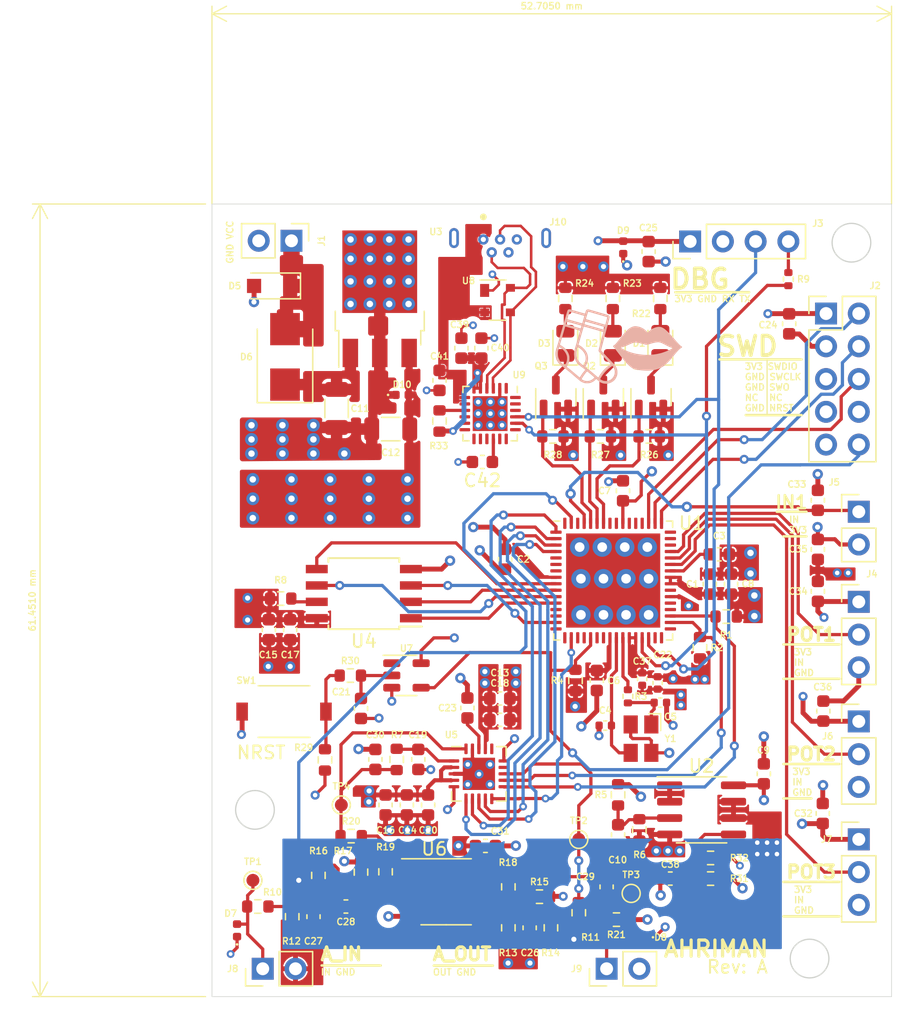
<source format=kicad_pcb>
(kicad_pcb (version 20211014) (generator pcbnew)
  (title_block (title "Ahirman") (date "2022-08-07") (rev "A") (company "KrauseGLOBAL LLC."))
  (layers (0 "F.Cu" signal) (1 "In1.Cu" signal) (2 "In2.Cu" signal) (31 "B.Cu" signal) (34 "B.Paste" user) (35 "F.Paste" user) (36 "B.SilkS" user "B.Silkscreen") (37 "F.SilkS" user "F.Silkscreen") (38 "B.Mask" user) (39 "F.Mask" user) (44 "Edge.Cuts" user))
  (net 0 "")
  (net 1 "GND")
  (net 2 "+3V3")
  (net 3 "Net-(C3-Pad1)")
  (net 4 "Net-(C4-Pad2)")
  (net 5 "Net-(C5-Pad2)")
  (net 6 "Net-(C10-Pad1)")
  (net 7 "/V_IN")
  (net 8 "Net-(C19-Pad1)")
  (net 9 "/MOUT")
  (net 10 "/A_IN+")
  (net 11 "Net-(C23-Pad1)")
  (net 12 "Net-(C26-Pad2)")
  (net 13 "Net-(C27-Pad2)")
  (net 14 "Net-(C28-Pad2)")
  (net 15 "/DAC_OUT")
  (net 16 "Net-(C29-Pad1)")
  (net 17 "/GPIO_EM4WU5")
  (net 18 "/NRST")
  (net 20 "/SWO")
  (net 21 "/SWCLK")
  (net 22 "/SWDIO")
  (net 23 "Net-(J3-Pad4)")
  (net 24 "/US1_RX")
  (net 25 "/APORT4Y_CH4")
  (net 26 "/APORT4X_CH5")
  (net 27 "/APORT4Y_CH6")
  (net 28 "/I2C0_SCL")
  (net 29 "/I2C0_SDA")
  (net 30 "Net-(R8-Pad2)")
  (net 31 "/US1_TX")
  (net 32 "/ADC_IN")
  (net 33 "+1V5")
  (net 34 "Net-(R15-Pad2)")
  (net 35 "Net-(R17-Pad2)")
  (net 36 "Net-(R19-Pad2)")
  (net 37 "Net-(D1-Pad2)")
  (net 38 "Net-(D2-Pad2)")
  (net 39 "Net-(D3-Pad2)")
  (net 41 "/PE12_LED3")
  (net 42 "/PE11_LED2")
  (net 43 "/PE10_LED1")
  (net 57 "/CMU_CLK0")
  (net 61 "/US2_CS")
  (net 62 "/US2_CLK")
  (net 63 "/US2_RX")
  (net 64 "/US2_TX")
  (net 67 "/US3_CS")
  (net 68 "/US3_CLK")
  (net 69 "/US3_RX")
  (net 70 "/US3_TX")
  (net 71 "/A_OUT-")
  (net 72 "/A_OUT+")
  (net 74 "/PB7_WP")
  (net 75 "Net-(D1-Pad1)")
  (net 76 "Net-(D2-Pad1)")
  (net 77 "Net-(D3-Pad1)")
  (net 78 "/V_IN_P")
  (net 80 "Net-(C21-Pad1)")
  (net 81 "/VIO")
  (net 82 "/VBUS")
  (net 83 "Net-(C42-Pad1)")
  (net 86 "Net-(R29-Pad1)")
  (net 87 "Net-(R33-Pad2)")
  (net 101 "/D-")
  (net 102 "/D+")
  (net 103 "Net-(C38-Pad1)")
  (net 104 "/VBIAS_1")
  (net 112 "Net-(R3-Pad1)")
  (footprint "Capacitor_SMD:C_0603_1608Metric" (layer "F.Cu") (at 157.612 93.9725 90)
    (fp_text reference "C1")
    (fp_text value "10u")
  )
  (footprint "Capacitor_SMD:C_0603_1608Metric" (layer "F.Cu") (at 141.737 92.042 -90)
    (fp_text reference "C2")
    (fp_text value "100n")
  )
  (footprint "Capacitor_SMD:C_0603_1608Metric" (layer "F.Cu") (at 158.3485 91.661)
    (fp_text reference "C3")
    (fp_text value "1u")
  )
  (footprint "Capacitor_SMD:C_0603_1608Metric" (layer "F.Cu") (at 148.849 101.44 -90)
    (fp_text reference "C6")
    (fp_text value "100n")
  )
  (footprint "Capacitor_SMD:C_0603_1608Metric" (layer "F.Cu") (at 150.881 86.7335 90)
    (fp_text reference "C7")
    (fp_text value "100n")
  )
  (footprint "Capacitor_SMD:C_0603_1608Metric" (layer "F.Cu") (at 159.263 93.9725 90)
    (fp_text reference "C8")
    (fp_text value "100n")
  )
  (footprint "Capacitor_SMD:C_0603_1608Metric" (layer "F.Cu") (at 161.803 108.679 90)
    (fp_text reference "C9")
    (fp_text value "100n")
  )
  (footprint "Capacitor_SMD:C_0603_1608Metric" (layer "F.Cu") (at 150.5 113.4035 -90)
    (fp_text reference "C10")
    (fp_text value "10u")
  )
  (footprint "Capacitor_SMD:C_1206_3216Metric" (layer "F.Cu") (at 128.669 80.351 -90)
    (fp_text reference "C11")
    (fp_text value "10u")
  )
  (footprint "Capacitor_SMD:C_1206_3216Metric" (layer "F.Cu") (at 132.869 81.951 180)
    (fp_text reference "C12")
    (fp_text value "10u")
  )
  (footprint "Capacitor_SMD:C_0603_1608Metric" (layer "F.Cu") (at 141.3305 102.837)
    (fp_text reference "C13")
    (fp_text value "4.7u")
  )
  (footprint "Capacitor_SMD:C_0603_1608Metric" (layer "F.Cu") (at 134.117 111.0921 -90)
    (fp_text reference "C14")
    (fp_text value "4.7u")
  )
  (footprint "Capacitor_SMD:C_0603_1608Metric" (layer "F.Cu") (at 123.416 97.503 -90)
    (fp_text reference "C15")
    (fp_text value "10u")
  )
  (footprint "Capacitor_SMD:C_0603_1608Metric" (layer "F.Cu") (at 132.466 111.092 -90)
    (fp_text reference "C16")
    (fp_text value "4.7u")
  )
  (footprint "Capacitor_SMD:C_0603_1608Metric" (layer "F.Cu") (at 125.067 97.503 -90)
    (fp_text reference "C17")
    (fp_text value "100n")
  )
  (footprint "Capacitor_SMD:C_0603_1608Metric" (layer "F.Cu") (at 141.3305 104.488)
    (fp_text reference "C18")
    (fp_text value "10u")
  )
  (footprint "Capacitor_SMD:C_0603_1608Metric" (layer "F.Cu") (at 135.006 107.5615 -90)
    (fp_text reference "C19")
    (fp_text value "4.7u")
  )
  (footprint "Capacitor_SMD:C_0603_1608Metric" (layer "F.Cu") (at 135.768 111.0921 -90)
    (fp_text reference "C20")
    (fp_text value "100n")
  )
  (footprint "Capacitor_SMD:C_0603_1608Metric" (layer "F.Cu") (at 138.816 103.5735 90)
    (fp_text reference "C23")
    (fp_text value "4.7u")
  )
  (footprint "Capacitor_SMD:C_0603_1608Metric" (layer "F.Cu") (at 163.769 73.7885 -90)
    (fp_text reference "C24")
    (fp_text value "4.7u")
  )
  (footprint "Capacitor_SMD:C_0603_1608Metric" (layer "F.Cu") (at 152.869 68.1885 -90)
    (fp_text reference "C25")
    (fp_text value "100n")
  )
  (footprint "Capacitor_SMD:C_0603_1608Metric" (layer "F.Cu") (at 143.642 120.617 90)
    (fp_text reference "C26")
    (fp_text value "1n")
  )
  (footprint "Capacitor_SMD:C_0603_1608Metric" (layer "F.Cu") (at 126.878 119.7535 90)
    (fp_text reference "C27")
    (fp_text value "1n")
  )
  (footprint "Capacitor_SMD:C_0603_1608Metric" (layer "F.Cu") (at 129.3925 118.966)
    (fp_text reference "C28")
    (fp_text value "1u")
  )
  (footprint "Capacitor_SMD:C_0603_1608Metric" (layer "F.Cu") (at 149.611 117.442 -90)
    (fp_text reference "C29")
    (fp_text value "1u")
  )
  (footprint "Capacitor_SMD:C_0603_1608Metric" (layer "F.Cu") (at 131.6786 107.5613 -90)
    (fp_text reference "C30")
    (fp_text value "10n")
  )
  (footprint "Capacitor_SMD:C_0603_1608Metric" (layer "F.Cu") (at 140.213 114.267)
    (fp_text reference "C31")
    (fp_text value "100n")
  )
  (footprint "Capacitor_SMD:C_0603_1608Metric" (layer "F.Cu") (at 166.375 111.7525 90)
    (fp_text reference "C32")
    (fp_text value "100n")
  )
  (footprint "Capacitor_SMD:C_0603_1608Metric" (layer "F.Cu") (at 165.994 87.47 90)
    (fp_text reference "C33")
    (fp_text value "100n")
  )
  (footprint "Capacitor_SMD:C_0603_1608Metric" (layer "F.Cu") (at 165.994 94.5312 90)
    (fp_text reference "C34")
    (fp_text value "100n")
  )
  (footprint "Capacitor_SMD:C_0603_1608Metric" (layer "F.Cu") (at 165.994 91.28 -90)
    (fp_text reference "C35")
    (fp_text value "100n")
  )
  (footprint "Capacitor_SMD:C_0603_1608Metric" (layer "F.Cu") (at 166.419 103.8135 90)
    (fp_text reference "C36")
    (fp_text value "100n")
  )
  (footprint "Connector_PinHeader_2.54mm:PinHeader_1x02_P2.54mm_Vertical" (layer "F.Cu") (at 125.169 67.351 -90)
    (fp_text reference "J1")
    (fp_text value "Power_In")
  )
  (footprint "Connector_PinHeader_2.54mm:PinHeader_2x05_P2.54mm_Vertical" (layer "F.Cu") (at 166.629 72.992)
    (fp_text reference "J2")
    (fp_text value "SWD_Debug")
  )
  (footprint "Connector_PinHeader_2.54mm:PinHeader_1x04_P2.54mm_Vertical" (layer "F.Cu") (at 156.088 67.404 90)
    (fp_text reference "J3")
    (fp_text value "UART_Debug")
  )
  (footprint "Connector_PinHeader_2.54mm:PinHeader_1x03_P2.54mm_Vertical" (layer "F.Cu") (at 169.169 95.344)
    (fp_text reference "J4")
    (fp_text value "POT1")
  )
  (footprint "Connector_PinHeader_2.54mm:PinHeader_1x02_P2.54mm_Vertical" (layer "F.Cu") (at 169.169 88.359)
    (fp_text reference "J5")
    (fp_text value "PB_Foot")
  )
  (footprint "Connector_PinHeader_2.54mm:PinHeader_1x03_P2.54mm_Vertical" (layer "F.Cu") (at 169.169 104.615)
    (fp_text reference "J6")
    (fp_text value "POT2")
  )
  (footprint "Connector_PinHeader_2.54mm:PinHeader_1x03_P2.54mm_Vertical" (layer "F.Cu") (at 169.169 113.759)
    (fp_text reference "J7")
    (fp_text value "POT3")
  )
  (footprint "Resistor_SMD:R_0603_1608Metric" (layer "F.Cu") (at 158.882 96.487 180)
    (fp_text reference "R1")
    (fp_text value "4.7k")
  )
  (footprint "Resistor_SMD:R_0603_1608Metric" (layer "F.Cu") (at 156.85 98.9 90)
    (fp_text reference "R2")
    (fp_text value "4.7k")
  )
  (footprint "Resistor_SMD:R_0402_1005Metric" (layer "F.Cu") (at 151.262 102.672 -90)
    (fp_text reference "R3")
    (fp_text value "150")
  )
  (footprint "Resistor_SMD:R_0603_1608Metric" (layer "F.Cu") (at 147.198 101.44 90)
    (fp_text reference "R4")
    (fp_text value "10k")
  )
  (footprint "Resistor_SMD:R_0603_1608Metric" (layer "F.Cu") (at 150.5 110.3045 -90)
    (fp_text reference "R5")
    (fp_text value "15k")
  )
  (footprint "Resistor_SMD:R_0603_1608Metric" (layer "F.Cu") (at 152.151 113.0225 -90)
    (fp_text reference "R6")
    (fp_text value "2.7k")
  )
  (footprint "Resistor_SMD:R_0603_1608Metric" (layer "F.Cu") (at 133.3296 107.5614 90)
    (fp_text reference "R7")
    (fp_text value "2.7k")
  )
  (footprint "Resistor_SMD:R_0603_1608Metric" (layer "F.Cu") (at 124.3305 95.09)
    (fp_text reference "R8")
    (fp_text value "10k")
  )
  (footprint "Resistor_SMD:R_0402_1005Metric" (layer "F.Cu") (at 163.708 70.325 -90)
    (fp_text reference "R9")
    (fp_text value "150")
  )
  (footprint "Resistor_SMD:R_0603_1608Metric" (layer "F.Cu") (at 122.56 118.966)
    (fp_text reference "R10")
    (fp_text value "10k")
  )
  (footprint "Resistor_SMD:R_0603_1608Metric" (layer "F.Cu") (at 147.452 119.4485 -90)
    (fp_text reference "R11")
    (fp_text value "10k")
  )
  (footprint "Resistor_SMD:R_0603_1608Metric" (layer "F.Cu") (at 125.227 119.7535 -90)
    (fp_text reference "R12")
    (fp_text value "10k")
  )
  (footprint "Resistor_SMD:R_0603_1608Metric" (layer "F.Cu") (at 141.991 120.617 -90)
    (fp_text reference "R13")
    (fp_text value "10k")
  )
  (footprint "Resistor_SMD:R_0603_1608Metric" (layer "F.Cu") (at 145.293 120.617 90)
    (fp_text reference "R14")
    (fp_text value "100k")
  )
  (footprint "Resistor_SMD:R_0603_1608Metric" (layer "F.Cu") (at 144.404 118.204 180)
    (fp_text reference "R15")
    (fp_text value "100k")
  )
  (footprint "Resistor_SMD:R_0603_1608Metric" (layer "F.Cu") (at 127.259 116.553 90)
    (fp_text reference "R16")
    (fp_text value "100k")
  )
  (footprint "Resistor_SMD:R_0603_1608Metric" (layer "F.Cu") (at 130.561 116.299 -90)
    (fp_text reference "R17")
    (fp_text value "100k")
  )
  (footprint "Resistor_SMD:R_0603_1608Metric" (layer "F.Cu") (at 141.991 117.442 90)
    (fp_text reference "R18")
    (fp_text value "100k")
  )
  (footprint "Resistor_SMD:R_0603_1608Metric" (layer "F.Cu") (at 132.466 116.2735 90)
    (fp_text reference "R19")
    (fp_text value "0")
  )
  (footprint "Resistor_SMD:R_0603_1608Metric" (layer "F.Cu") (at 129.799 113.505 180)
    (fp_text reference "R20")
    (fp_text value "10k")
  )
  (footprint "Resistor_SMD:R_0603_1608Metric" (layer "F.Cu") (at 150.373 119.982)
    (fp_text reference "R21")
    (fp_text value "10k")
  )
  (footprint "Resistor_SMD:R_0603_1608Metric" (layer "F.Cu") (at 153.7766 71.8236 90)
    (fp_text reference "R22")
    (fp_text value "120")
  )
  (footprint "Resistor_SMD:R_0603_1608Metric" (layer "F.Cu") (at 150.0936 71.8236 90)
    (fp_text reference "R23")
    (fp_text value "120")
  )
  (footprint "Resistor_SMD:R_0603_1608Metric" (layer "F.Cu") (at 146.4106 71.8236 90)
    (fp_text reference "R24")
    (fp_text value "120")
  )
  (footprint "TestPoint:TestPoint_Pad_D1.0mm" (layer "F.Cu") (at 122.179 116.934)
    (fp_text reference "TP1")
    (fp_text value "TestPoint")
  )
  (footprint "TestPoint:TestPoint_Pad_D1.0mm" (layer "F.Cu") (at 147.452 113.759)
    (fp_text reference "TP2")
    (fp_text value "TestPoint")
  )
  (footprint "TestPoint:TestPoint_Pad_D1.0mm" (layer "F.Cu") (at 151.516 117.95)
    (fp_text reference "TP3")
    (fp_text value "TestPoint")
  )
  (footprint "TestPoint:TestPoint_Pad_D1.0mm" (layer "F.Cu") (at 129.037 111.092)
    (fp_text reference "TP4")
    (fp_text value "TestPoint")
  )
  (footprint "Package_DFN_QFN:QFN-64-1EP_9x9mm_P0.5mm_EP7.3x7.3mm" (layer "F.Cu") (at 150.12 93.693)
    (fp_text reference "U1")
    (fp_text value "EFM32TG11B520F128GM64-A")
  )
  (footprint "Package_SO:SOIC-8_3.9x4.9mm_P1.27mm" (layer "F.Cu") (at 156.977 111.473)
    (fp_text reference "U2")
    (fp_text value "NE5532")
  )
  (footprint "Package_TO_SOT_SMD:TO-252-3_TabPin2" (layer "F.Cu") (at 132.017 71.849 90)
    (fp_text reference "U3")
    (fp_text value "UA78M33CKVURG3")
  )
  (footprint "Package_DFN_QFN:QFN-20-1EP_4x4mm_P0.5mm_EP2.5x2.5mm" (layer "F.Cu") (at 139.705 108.679)
    (fp_text reference "U5")
    (fp_text value "NAU88C10YG")
  )
  (footprint "Package_SO:SOIC-8_3.9x4.9mm_P1.27mm" (layer "F.Cu") (at 137.165 117.823)
    (fp_text reference "U6")
    (fp_text value "AD8034ARZ")
  )
  (footprint "Connector_PinHeader_2.54mm:PinHeader_1x02_P2.54mm_Vertical" (layer "F.Cu") (at 122.941 123.792 90)
    (fp_text reference "J8")
    (fp_text value "Analog_In")
  )
  (footprint "Connector_PinHeader_2.54mm:PinHeader_1x02_P2.54mm_Vertical" (layer "F.Cu") (at 149.611 123.792 90)
    (fp_text reference "J9")
    (fp_text value "Analog_Out")
  )
  (footprint "Capacitor_SMD:C_0402_1005Metric" (layer "F.Cu") (at 149.507 104.935)
    (fp_text reference "C4")
    (fp_text value "16p")
  )
  (footprint "Capacitor_SMD:C_0402_1005Metric" (layer "F.Cu") (at 153.779 103.157 180)
    (fp_text reference "C5")
    (fp_text value "16p")
  )
  (footprint "LED_SMD:LED_0805_2012Metric" (layer "F.Cu") (at 153.7766 75.3011 90)
    (fp_text reference "D1")
    (fp_text value "LED")
  )
  (footprint "LED_SMD:LED_0805_2012Metric" (layer "F.Cu") (at 150.0936 75.3011 90)
    (fp_text reference "D2")
    (fp_text value "LED")
  )
  (footprint "LED_SMD:LED_0805_2012Metric" (layer "F.Cu") (at 146.4106 75.3011 90)
    (fp_text reference "D3")
    (fp_text value "LED")
  )
  (footprint "Ahriman:RH100-12.000-16-3030-TR" (layer "F.Cu") (at 152.278 105.951 -90)
    (fp_text reference "Y1")
    (fp_text value "12.0MHz")
  )
  (footprint "Package_TO_SOT_SMD:SOT-23" (layer "F.Cu") (at 153.056 79.469 90)
    (fp_text reference "Q1")
    (fp_text value "T2N7002AK")
  )
  (footprint "Package_TO_SOT_SMD:SOT-23" (layer "F.Cu") (at 149.357 79.469 90)
    (fp_text reference "Q2")
    (fp_text value "T2N7002AK")
  )
  (footprint "Package_TO_SOT_SMD:SOT-23" (layer "F.Cu") (at 145.674 79.469 90)
    (fp_text reference "Q3")
    (fp_text value "T2N7002AK")
  )
  (footprint "Resistor_SMD:R_0603_1608Metric" (layer "F.Cu") (at 152.913 82.517 180)
    (fp_text reference "R26")
    (fp_text value "10k")
  )
  (footprint "Resistor_SMD:R_0603_1608Metric" (layer "F.Cu") (at 149.1285 82.517 180)
    (fp_text reference "R27")
    (fp_text value "10k")
  )
  (footprint "Resistor_SMD:R_0603_1608Metric" (layer "F.Cu") (at 145.4455 82.517 180)
    (fp_text reference "R28")
    (fp_text value "10k")
  )
  (footprint "Capacitor_SMD:C_0402_1005Metric" (layer "F.Cu") (at 153.569 101.631 -90)
    (fp_text reference "C22")
    (fp_text value "100n")
  )
  (footprint "Capacitor_SMD:C_0402_1005Metric" (layer "F.Cu") (at 152.369 101.331 -90)
    (fp_text reference "C37")
    (fp_text value "100n")
  )
  (footprint "Package_TO_SOT_SMD:SOT-143" (layer "F.Cu") (at 141.15 71.95)
    (fp_text reference "U8")
    (fp_text value "SP0503BAHTG")
  )
  (footprint "Resistor_SMD:R_0603_1608Metric" (layer "F.Cu") (at 157.675 115.2)
    (fp_text reference "R32")
    (fp_text value "2.7k")
  )
  (footprint "Resistor_SMD:R_0603_1608Metric" (layer "F.Cu") (at 136.65 81.325 90)
    (fp_text reference "R33")
    (fp_text value "4.7k")
  )
  (footprint "Package_DFN_QFN:QFN-24-1EP_4x4mm_P0.5mm_EP2.7x2.7mm" (layer "F.Cu") (at 140.575 80.75 -90)
    (fp_text reference "U9")
    (fp_text value "CP2110-F01-GM")
  )
  (footprint "Capacitor_SMD:C_0603_1608Metric" (layer "F.Cu") (at 136.65 78.175 -90)
    (fp_text reference "C41")
    (fp_text value "1u")
  )
  (footprint "Capacitor_SMD:C_0603_1608Metric" (layer "F.Cu") (at 154.55 116.8 180)
    (fp_text reference "C38")
    (fp_text value "10u")
  )
  (footprint "Resistor_SMD:R_0603_1608Metric" (layer "F.Cu") (at 157.675 116.8 180)
    (fp_text reference "R31")
    (fp_text value "15k")
  )
  (footprint "Diode_SMD:D_0402_1005Metric" (layer "F.Cu") (at 133.75 79.3)
    (fp_text reference "D10")
    (fp_text value "ACPDQC3V3HT-HF")
  )
  (footprint "Capacitor_SMD:C_0603_1608Metric" (layer "F.Cu") (at 139.975 84.5 180)
    (fp_text reference "C42")
    (fp_text value "4.7u")
  )
  (footprint "Diode_SMD:D_SOD-123F" (layer "F.Cu") (at 123.669 70.851 180)
    (fp_text reference "D5")
    (fp_text value "SMF15A")
  )
  (footprint "Resistor_SMD:R_0603_1608Metric" (layer "F.Cu") (at 129.736 101.059)
    (fp_text reference "R30")
    (fp_text value "10k")
  )
  (footprint "Ahriman:USB3145-30-1-A" (layer "F.Cu") (at 141.35 67.25)
    (fp_text reference "J10")
    (fp_text value "USB3145-30-1-A")
  )
  (footprint "Diode_SMD:D_SMB" (layer "F.Cu") (at 124.669 76.351 90)
    (fp_text reference "D6")
    (fp_text value "1SMB5955BT3G")
  )
  (footprint "Diode_SMD:D_0402_1005Metric" (layer "F.Cu") (at 152.115 121.35 180)
    (fp_text reference "D8")
    (fp_text value "ACPDQC3V3HT-HF")
  )
  (footprint "Diode_SMD:D_0402_1005Metric" (layer "F.Cu") (at 120.95 120.815 90)
    (fp_text reference "D7")
    (fp_text value "ACPDQC3V3HT-HF")
  )
  (footprint "Capacitor_SMD:C_0603_1608Metric" (layer "F.Cu") (at 130.561 103.612 -90)
    (fp_text reference "C21")
    (fp_text value "100n")
  )
  (footprint "Ahriman:PTS636" (layer "F.Cu") (at 124.592 103.853)
    (fp_text reference "SW1")
    (fp_text value "PTS636")
  )
  (footprint "Resistor_SMD:R_0603_1608Metric" (layer "F.Cu") (at 127.767 107.599 -90)
    (fp_text reference "R29")
    (fp_text value "10k")
  )
  (footprint "Capacitor_SMD:C_0603_1608Metric" (layer "F.Cu") (at 139.9 75.675 90)
    (fp_text reference "C40")
    (fp_text value "100n")
  )
  (footprint "Package_TO_SOT_SMD:SOT-23-5" (layer "F.Cu") (at 134.0875 101.05)
    (fp_text reference "U7")
    (fp_text value "74AHC1G14")
  )
  (footprint "Diode_SMD:D_0402_1005Metric" (layer "F.Cu") (at 150.9 67.865 90)
    (fp_text reference "D9")
    (fp_text value "ACPDQC3V3HT-HF")
  )
  (footprint "Package_SO:SOIC-8W_5.3x5.3mm_P1.27mm" (layer "F.Cu") (at 130.782 94.709 180)
    (fp_text reference "U4")
    (fp_text value "GD25Q80CSIGR")
  )
  (footprint "Capacitor_SMD:C_0603_1608Metric" (layer "F.Cu") (at 138.35 75.675 90)
    (fp_text reference "C39")
    (fp_text value "1u")
  )
  (footprint "Ahriman:mouthsock" (layer "B.Cu") (at 150.481614 75.639597 180)
    (fp_text reference "G***" hide)
    (fp_text value "LOGO" hide)
  )
  (gr_line (start 127.513 123.538) (end 132.085 123.538) (layer "F.SilkS") (width 0.2))
  (gr_line (start 154.945 71.341) (end 160.66 71.341) (layer "F.SilkS") (width 0.2))
  (gr_line (start 163.327 117.061) (end 167.645 117.061) (layer "F.SilkS") (width 0.2))
  (gr_line (start 163.327 119.728) (end 167.645 119.728) (layer "F.SilkS") (width 0.2))
  (gr_line (start 163.327 110.584) (end 165.486 110.584) (layer "F.SilkS") (width 0.2))
  (gr_line (start 136.214 123.55) (end 140.786 123.55) (layer "F.SilkS") (width 0.2))
  (gr_line (start 163.327 98.646) (end 167.645 98.646) (layer "F.SilkS") (width 0.2))
  (gr_line (start 162.057 80.866) (end 162.057 76.548) (layer "F.SilkS") (width 0.1))
  (gr_line (start 163.327 101.313) (end 167.645 101.313) (layer "F.SilkS") (width 0.2))
  (gr_line (start 163.327 107.917) (end 167.645 107.917) (layer "F.SilkS") (width 0.2))
  (gr_line (start 162.814 88.359) (end 165.105 88.359) (layer "F.SilkS") (width 0.2))
  (gr_line (start 160.406 80.866) (end 164.724 80.866) (layer "F.SilkS") (width 0.2))
  (gr_line (start 163.327 90.264) (end 165.105 90.264) (layer "F.SilkS") (width 0.2))
  (gr_line (start 158.369 76.548) (end 164.724 76.548) (layer "F.SilkS") (width 0.2))
  (gr_line (start 171.709 125.951) (end 171.709 64.5) (layer "Edge.Cuts") (width 0.05))
  (gr_circle (center 165.35 123) (end 166.85 123) (layer "Edge.Cuts") (width 0.1) (fill none))
  (gr_circle (center 122.338 111.473) (end 123.838 111.473) (layer "Edge.Cuts") (width 0.1) (fill none))
  (gr_line (start 119.004 125.951) (end 171.709 125.951) (layer "Edge.Cuts") (width 0.05))
  (gr_line (start 171.709 64.5) (end 119.004 64.5) (layer "Edge.Cuts") (width 0.05))
  (gr_circle (center 168.6 67.5) (end 170.1 67.5) (layer "Edge.Cuts") (width 0.1) (fill none))
  (gr_line (start 119.004 64.5) (end 119.004 125.951) (layer "Edge.Cuts") (width 0.05))
  (gr_text "POT1" (at 165.486 97.884) (layer "F.SilkS") (effects (font (size 1 1) (thickness 0.25))))
  (gr_text "IN\n3V3" (at 163.708 89.375) (layer "F.SilkS") (effects (font (size 0.5 0.5) (thickness 0.1)) (justify left)))
  (gr_text "3V3 SWDIO\nGND SWCLK\nGND	SWO\nNC	NC\nGND	NRST" (at 160.279 78.707) (layer "F.SilkS") (effects (font (size 0.5 0.5) (thickness 0.1)) (justify left)))
  (gr_text "3V3\nIN\nGND" (at 164.089 118.458) (layer "F.SilkS") (effects (font (size 0.5 0.5) (thickness 0.1)) (justify left)))
  (gr_text "NRST" (at 122.814 107.028) (layer "F.SilkS") (effects (font (size 1 1))))
  (gr_text "IN1" (at 163.957 87.63) (layer "F.SilkS") (effects (font (size 1 1) (thickness 0.2))))
  (gr_text "POT3\n" (at 165.486 116.299) (layer "F.SilkS") (effects (font (size 1 1) (thickness 0.25))))
  (gr_text "Rev: A" (at 159.75 123.65) (layer "F.SilkS") (effects (font (size 1 1))))
  (gr_text "POT2\n" (at 165.486 107.155) (layer "F.SilkS") (effects (font (size 1 1) (thickness 0.25))))
  (gr_text "A_OUT\n" (at 138.4 122.65) (layer "F.SilkS") (effects (font (size 1 1) (thickness 0.25))))
  (gr_text "GND	VCC" (at 120.401 69.182 90) (layer "F.SilkS") (effects (font (size 0.5 0.5) (thickness 0.1)) (justify left)))
  (gr_text "A_IN" (at 129.037 122.649) (layer "F.SilkS") (effects (font (size 1 1) (thickness 0.25))))
  (gr_text "DBG" (at 156.85 70.325) (layer "F.SilkS") (effects (font (size 1.5 1.5) (thickness 0.3))))
  (gr_text "3V3\nIN\nGND" (at 163.962 109.314) (layer "F.SilkS") (effects (font (size 0.5 0.5) (thickness 0.1)) (justify left)))
  (gr_text "OUT GND" (at 136.087 124.058) (layer "F.SilkS") (effects (font (size 0.5 0.5) (thickness 0.1)) (justify left)))
  (gr_text "AHRIMAN" (at 158.1 122.25) (layer "F.SilkS") (effects (font (size 1.25 1.25) (thickness 0.25))))
  (gr_text "3V3 GND RX TX" (at 154.818 71.849) (layer "F.SilkS") (effects (font (size 0.5 0.5) (thickness 0.1)) (justify left)))
  (gr_text "3V3\nIN\nGND" (at 164.089 100.043) (layer "F.SilkS") (effects (font (size 0.5 0.5) (thickness 0.1)) (justify left)))
  (gr_text "IN GND" (at 127.386 124.046) (layer "F.SilkS") (effects (font (size 0.5 0.5) (thickness 0.1)) (justify left)))
  (gr_text "SWD" (at 160.533 75.532) (layer "F.SilkS") (effects (font (size 1.5 1.5) (thickness 0.3))))
  (dimension (type aligned) (layer "F.SilkS") (pts (xy 119.004 64.5) (xy 119.004 125.951)) (height 13.334999) (gr_text "61.4510 mm" (at 105.069001 95.2255 90) (layer "F.SilkS") (effects (font (size 0.5 0.5) (thickness 0.1)))) (format (units 3) (units_format 1) (precision 4)) (style (thickness 0.1) (arrow_length 1.27) (text_position_mode 0) (extension_height 0.58642) (extension_offset 0.5) keep_text_aligned))
  (dimension (type aligned) (layer "F.SilkS") (pts (xy 119.004 64.991) (xy 171.709 64.991)) (height -15.24) (gr_text "52.7050 mm" (at 145.3565 49.151) (layer "F.SilkS") (effects (font (size 0.5 0.5) (thickness 0.1)))) (format (units 3) (units_format 1) (precision 4)) (style (thickness 0.1) (arrow_length 1.27) (text_position_mode 0) (extension_height 0.58642) (extension_offset 0.5) keep_text_aligned))
  (segment (start 150.9 68.95) (end 151.2 69.25) (width 0.3175) (layer "F.Cu") (net 1))
  (segment (start 137.7675 109.679) (end 137.7675 110.9525) (width 0.254) (layer "F.Cu") (net 1))
  (segment (start 140.15 71.2) (end 140.8 71.2) (width 0.2) (layer "F.Cu") (net 1))
  (segment (start 164.544 74.576) (end 165.5 75.532) (width 0.381) (layer "F.Cu") (net 1))
  (segment (start 138.816 102.786) (end 138.816 101.798) (width 0.381) (layer "F.Cu") (net 1))
  (segment (start 159.35 115.2) (end 159.95 115.8) (width 0.249936) (layer "F.Cu") (net 1))
  (segment (start 138.6 73.9) (end 139.25 73.9) (width 0.2) (layer "F.Cu") (net 1))
  (segment (start 137.7675 110.9525) (end 137.269 111.451) (width 0.254) (layer "F.Cu") (net 1))
  (segment (start 151.628064 105.951) (end 152.927936 105.951) (width 0.249936) (layer "F.Cu") (net 1))
  (segment (start 149.8365 85.9585) (end 149.769 86.026) (width 0.381) (layer "F.Cu") (net 1))
  (segment (start 141.2475 92.8295) (end 139.769 91.351) (width 0.381) (layer "F.Cu") (net 1))
  (segment (start 141.325 78.7875) (end 141.325 79.675) (width 0.249936) (layer "F.Cu") (net 1))
  (segment (start 141.737 92.8295) (end 141.2475 92.8295) (width 0.381) (layer "F.Cu") (net 1))
  (segment (start 141.25 70.45) (end 140.75 69.95) (width 0.2) (layer "F.Cu") (net 1))
  (segment (start 150.9 68.35) (end 150.9 68.95) (width 0.3175) (layer "F.Cu") (net 1))
  (segment (start 142.553 114.267) (end 142.569 114.251) (width 0.381) (layer "F.Cu") (net 1))
  (segment (start 152.927936 105.951) (end 153.078 106.101064) (width 0.249936) (layer "F.Cu") (net 1))
  (segment (start 153.078 106.101064) (end 153.078 107.051) (width 0.249936) (layer "F.Cu") (net 1))
  (segment (start 152.869 68.9635) (end 154.1865 68.9635) (width 0.3175) (layer "F.Cu") (net 1))
  (segment (start 136.816 92.804) (end 137.469 92.151) (width 0.381) (layer "F.Cu") (net 1))
  (segment (start 165.5 75.532) (end 166.629 75.532) (width 0.381) (layer "F.Cu") (net 1))
  (segment (start 153.775 116.8) (end 153.775 118.075) (width 0.3175) (layer "F.Cu") (net 1))
  (segment (start 138.816 101.798) (end 138.269 101.251) (width 0.381) (layer "F.Cu") (net 1))
  (segment (start 141.325 79.675) (end 141.5 79.85) (width 0.249936) (layer "F.Cu") (net 1))
  (segment (start 149.019 105.726) (end 149.022 105.723) (width 0.381) (layer "F.Cu") (net 1))
  (segment (start 166.419 103.026) (end 167.994 103.026) (width 0.381) (layer "F.Cu") (net 1))
  (segment (start 153.35 121.35) (end 154.15 120.55) (width 0.249936) (layer "F.Cu") (net 1))
  (segment (start 153.078 107.051) (end 154.469 107.051) (width 0.249936) (layer "F.Cu") (net 1))
  (segment (start 141.0005 114.267) (end 142.553 114.267) (width 0.381) (layer "F.Cu") (net 1))
  (segment (start 140.8 71.2) (end 141.25 70.75) (width 0.2) (layer "F.Cu") (net 1))
  (segment (start 127.767 108.424) (end 127.767 109.568) (width 0.249936) (layer "F.Cu") (net 1))
  (segment (start 151.478 105.800936) (end 151.628064 105.951) (width 0.249936) (layer "F.Cu") (net 1))
  (segment (start 148.849 103.801) (end 148.849 102.2275) (width 0.381) (layer "F.Cu") (net 1))
  (segment (start 122.269 70.851) (end 122.269 72.087674) (width 0.381) (layer "F.Cu") (net 1))
  (segment (start 130.561 115.5115) (end 129.3295 115.5115) (width 0.381) (layer "F.Cu") (net 1))
  (segment (start 169.169 101.851) (end 169.169 100.424) (width 0.381) (layer "F.Cu") (net 1))
  (segment (start 120.95 122.15) (end 120.45 122.65) (width 0.249936) (layer "F.Cu") (net 1))
  (segment (start 161.803 107.8915) (end 161.803 105.785) (width 0.381) (layer "F.Cu") (net 1))
  (segment (start 139.9 74.9) (end 140.9 74.9) (width 0.2) (layer "F.Cu") (net 1))
  (segment (start 151.478 104.851) (end 151.478 105.800936) (width 0.249936) (layer "F.Cu") (net 1))
  (segment (start 139.2 84.5) (end 138.1 84.5) (width 0.249936) (layer "F.Cu") (net 1))
  (segment (start 141.25 70.75) (end 141.25 70.45) (width 0.2) (layer "F.Cu") (net 1))
  (segment (start 138.35 74.15) (end 138.6 73.9) (width 0.2) (layer "F.Cu") (net 1))
  (segment (start 165.994 86.6825) (end 165.994 85.452604) (width 0.381) (layer "F.Cu") (net 1))
  (segment (start 130.561 104.387) (end 131.932 104.387) (width 0.249936) (layer "F.Cu") (net 1))
  (segment (start 163.769 74.576) (end 164.544 74.576) (width 0.381) (layer "F.Cu") (net 1))
  (segment (start 167.994 103.026) (end 169.169 101.851) (width 0.381) (layer "F.Cu") (net 1))
  (segment (start 132.95 103.05) (end 132.95 102) (width 0.249936) (layer "F.Cu") (net 1))
  (segment (start 154.264 104.421) (end 154.769 104.926) (width 0.381) (layer "F.Cu") (net 1))
  (segment (start 149.022 104.935) (end 149.022 105.723) (width 0.381) (layer "F.Cu") (net 1))
  (segment (start 152.770278 119.982) (end 152.776018 119.97626) (width 0.381) (layer "F.Cu") (net 1))
  (segment (start 141.6425 106.7775) (end 142.469 105.951) (width 0.254) (layer "F.Cu") (net 1))
  (segment (start 154.264 103.157) (end 154.264 104.421) (width 0.381) (layer "F.Cu") (net 1))
  (segment (start 127.767 109.568) (end 127.005 110.33) (width 0.249936) (layer "F.Cu") (net 1))
  (segment (start 166.375 109.580888) (end 166.393704 109.562184) (width 0.381) (layer "F.Cu") (net 1))
  (segment (start 139.205 106.7415) (end 139.205 107.437) (width 0.254) (layer "F.Cu") (net 1))
  (segment (start 131.6786 106.7738) (end 130.3918 106.7738) (width 0.381) (layer "F.Cu") (net 1))
  (segment (start 137.7675 108.679) (end 139.705 108.679) (width 0.3175) (layer "F.Cu") (net 1))
  (segment (start 120.95 121.3) (end 120.95 122.15) (width 0.249936) (layer "F.Cu") (net 1))
  (segment (start 130.3918 106.7738) (end 130.369 106.751) (width 0.381) (layer "F.Cu") (net 1))
  (segment (start 139.205 107.437) (end 139.719 107.951) (width 0.254) (layer "F.Cu") (net 1))
  (segment (start 136.65 78.95) (end 135.65 78.95) (width 0.2) (layer "F.Cu") (net 1))
  (segment (start 153.8 118.1) (end 153.775 118.075) (width 0.3175) (layer "F.Cu") (net 1))
  (segment (start 151.1605 119.982) (end 152.770278 119.982) (width 0.381) (layer "F.Cu") (net 1))
  (segment (start 152.6 121.35) (end 153.35 121.35) (width 0.249936) (layer "F.Cu") (net 1))
  (segment (start 141.6425 107.679) (end 141.6425 106.7775) (width 0.254) (layer "F.Cu") (net 1))
  (segment (start 165.994 85.452604) (end 165.984571 85.443175) (width 0.381) (layer "F.Cu") (net 1))
  (segment (start 134.69 119.728) (end 132.692 119.728) (width 0.381) (layer "F.Cu") (net 1))
  (segment (start 147.65 105) (end 148.849 103.801) (width 0.381) (layer "F.Cu") (net 1))
  (segment (start 166.375 110.965) (end 166.375 109.580888) (width 0.381) (layer "F.Cu") (net 1))
  (segment (start 134.931 92.804) (end 136.816 92.804) (width 0.381) (layer "F.Cu") (net 1))
  (segment (start 131.932 104.387) (end 131.958 104.361) (width 0.249936) (layer "F.Cu") (net 1))
  (segment (start 135.006 108.349) (end 135.967 108.349) (width 0.254) (layer "F.Cu") (net 1))
  (segment (start 138.35 74.9) (end 138.35 74.15) (width 0.2) (layer "F.Cu") (net 1))
  (segment (start 146.244 118.176) (end 145.2195 118.176) (width 0.381) (layer "F.Cu") (net 1))
  (segment (start 122.269 72.087674) (end 122.259782 72.096892) (width 0.381) (layer "F.Cu") (net 1))
  (segment (start 158.5 115.2) (end 159.35 115.2) (width 0.249936) (layer "F.Cu") (net 1))
  (segment (start 129.3295 115.5115) (end 129.269 115.451) (width 0.381) (layer "F.Cu") (net 1))
  (segment (start 150.881 85.9585) (end 149.8365 85.9585) (width 0.381) (layer "F.Cu") (net 1))
  (via (at 139.65 81.65) (size 0.7) (drill 0.35) (layers "F.Cu" "B.Cu") (net 1))
  (via (at 134.25 70.5) (size 1) (drill 0.5) (layers "F.Cu" "B.Cu") (net 1))
  (via (at 124.469 82.751) (size 1) (drill 0.5) (layers "F.Cu" "B.Cu") (net 1))
  (via (at 125.069 100.351) (size 0.8001) (drill 0.39878) (layers "F.Cu" "B.Cu") (net 1))
  (via (at 129.75 68.75) (size 1) (drill 0.5) (layers "F.Cu" "B.Cu") (net 1))
  (via (at 152.776018 119.97626) (size 0.8001) (drill 0.39878) (layers "F.Cu" "B.Cu") (net 1))
  (via (at 131.25 70.5) (size 1) (drill 0.5) (layers "F.Cu" "B.Cu") (net 1))
  (via (at 154.469 107.051) (size 0.8001) (drill 0.39878) (layers "F.Cu" "B.Cu") (net 1))
  (via (at 149.769 86.026) (size 0.7) (drill 0.35) (layers "F.Cu" "B.Cu") (net 1))
  (via (at 124.469 83.851) (size 1) (drill 0.5) (layers "F.Cu" "B.Cu") (net 1))
  (via (at 132.75 67.25) (size 1) (drill 0.5) (layers "F.Cu" "B.Cu") (net 1))
  (via (at 139.769 91.351) (size 0.8001) (drill 0.39878) (layers "F.Cu" "B.Cu") (net 1))
  (via (at 140.6 81.65) (size 0.7) (drill 0.35) (layers "F.Cu" "B.Cu") (net 1))
  (via (at 137.269 111.451) (size 0.7) (drill 0.35) (layers "F.Cu" "B.Cu") (net 1))
  (via (at 122.069 83.851) (size 1) (drill 0.5) (layers "F.Cu" "B.Cu") (net 1))
  (via (at 138.1 84.5) (size 0.6) (drill 0.3) (layers "F.Cu" "B.Cu") (net 1))
  (via (at 149.269 91.101) (size 1.5) (drill 0.75) (layers "F.Cu" "B.Cu") (net 1))
  (via (at 141.5 81.65) (size 0.7) (drill 0.35) (layers "F.Cu" "B.Cu") (net 1))
  (via (at 126.869 81.651) (size 1) (drill 0.5) (layers "F.Cu" "B.Cu") (net 1))
  (via (at 134.25 68.75) (size 1) (drill 0.5) (layers "F.Cu" "B.Cu") (net 1))
  (via (at 137.469 92.151) (size 0.8001) (drill 0.39878) (layers "F.Cu" "B.Cu") (net 1))
  (via (at 122.259782 72.096892) (size 0.8001) (drill 0.39878) (layers "F.Cu" "B.Cu") (net 1))
  (via (at 152.869 96.351) (size 1.5) (drill 0.75) (layers "F.Cu" "B.Cu") (net 1))
  (via (at 139.25 73.9) (size 0.6) (drill 0.3) (layers "F.Cu" "B.Cu") (net 1))
  (via (at 154.769 104.926) (size 0.7) (drill 0.35) (layers "F.Cu" "B.Cu") (net 1))
  (via (at 147.519 91.101) (size 1.5) (drill 0.75) (layers "F.Cu" "B.Cu") (net 1))
  (via (at 129.75 67.25) (size 1) (drill 0.5) (layers "F.Cu" "B.Cu") (net 1))
  (via (at 138.844 109.501) (size 0.7) (drill 0.35) (layers "F.Cu" "B.Cu") (net 1))
  (via (at 152.769 91.101) (size 1.5) (drill 0.75) (layers "F.Cu" "B.Cu") (net 1))
  (via (at 155.969 95.651) (size 0.7) (drill 0.35) (layers "F.Cu" "B.Cu") (net 1))
  (via (at 132.95 103.05) (size 0.7) (drill 0.35) (layers "F.Cu" "B.Cu") (net 1))
  (via (at 160.769 93.151) (size 1) (drill 0.5) (layers "F.Cu" "B.Cu") (net 1))
  (via (at 140.569 109.501) (size 0.7) (drill 0.35) (layers "F.Cu" "B.Cu") (net 1))
  (via (at 127.005 110.33) (size 0.7) (drill 0.35) (layers "F.Cu" "B.Cu") (net 1))
  (via (at 149.369 93.551) (size 1.5) (drill 0.75) (layers "F.Cu" "B.Cu") (net 1))
  (via (at 129.75 70.5) (size 1) (drill 0.5) (layers "F.Cu" "B.Cu") (net 1))
  (via (at 154.394 83.976) (size 0.8001) (drill 0.39878) (layers "F.Cu" "B.Cu") (net 1))
  (via (at 142.569 114.251) (size 0.8001) (drill 0.39878) (layers "F.Cu" "B.Cu") (net 1))
  (via (at 138.269 101.251) (size 0.8001) (drill 0.39878) (layers "F.Cu" "B.Cu") (net 1))
  (via (at 147.619 93.551) (size 1.5) (drill 0.75) (layers "F.Cu" "B.Cu") (net 1))
  (via (at 142.469 105.951) (size 0.7) (drill 0.35) (layers "F.Cu" "B.Cu") (net 1))
  (via (at 139.65 79.85) (size 0.7) (drill 0.35) (layers "F.Cu" "B.Cu") (net 1))
  (via (at 135.967 108.349) (size 0.7) (drill 0.35) (layers "F.Cu" "B.Cu") (net 1))
  (via (at 131.25 68.75) (size 1) (drill 0.5) (layers "F.Cu" "B.Cu") (net 1))
  (via (at 122.069 81.651) (size 1) (drill 0.5) (layers "F.Cu" "B.Cu") (net 1))
  (via (at 147.019 83.976) (size 0.8001) (drill 0.39878) (layers "F.Cu" "B.Cu") (net 1))
  (via (at 141.5 79.85) (size 0.7) (drill 0.35) (layers "F.Cu" "B.Cu") (net 1))
  (via (at 120.45 122.65) (size 0.6) (drill 0.3) (layers "F.Cu" "B.Cu") (net 1))
  (via (at 154.1865 68.9635) (size 0.8001) (drill 0.39878) (layers "F.Cu" "B.Cu") (net 1))
  (via (at 129.269 83.851) (size 1) (drill 0.5) (layers "F.Cu" "B.Cu") (net 1))
  (via (at 155.369 103.351) (size 0.7) (drill 0.35) (layers "F.Cu" "B.Cu") (net 1))
  (via (at 135.65 78.95) (size 0.6) (drill 0.3) (layers "F.Cu" "B.Cu") (net 1))
  (via (at 160.769 91.551) (size 1) (drill 0.5) (layers "F.Cu" "B.Cu") (net 1))
  (via (at 168.344 93.101) (size 0.7) (drill 0.35) (layers "F.Cu" "B.Cu") (net 1))
  (via (at 131.25 67.25) (size 1) (drill 0.5) (layers "F.Cu" "B.Cu") (net 1))
  (via (at 142.569 100.751) (size 0.8001) (drill 0.39878) (layers "F.Cu" "B.Cu") (net 1))
  (via (at 124.469 81.651) (size 1) (drill 0.5) (layers "F.Cu" "B.Cu") (net 1))
  (via (at 140.9 74.9) (size 0.6) (drill 0.3) (layers "F.Cu" "B.Cu") (net 1))
  (via (at 149.369 96.351) (size 1.5) (drill 0.75) (layers "F.Cu" "B.Cu") (net 1))
  (via (at 167.494 93.101) (size 0.7) (drill 0.35) (layers "F.Cu" "B.Cu") (net 1))
  (via (at 159.95 115.8) (size 0.6) (drill 0.3) (layers "F.Cu" "B.Cu") (net 1))
  (via (at 141.969 123.351) (size 0.8001) (drill 0.39878) (layers "F.Cu" "B.Cu") (net 1))
  (via (at 132.75 72.25) (size 1) (drill 0.5) (layers "F.Cu" "B.Cu") (net 1))
  (via (at 140.6 79.85) (size 0.7) (drill 0.35) (layers "F.Cu" "B.Cu") (net 1))
  (via (at 134.25 72.25) (size 1) (drill 0.5) (layers "F.Cu" "B.Cu") (net 1))
  (via (at 140.75 69.95) (size 0.6) (drill 0.3) (layers "F.Cu" "B.Cu") (net 1))
  (via (at 165.984571 85.443175) (size 0.8001) (drill 0.39878) (layers "F.Cu" "B.Cu") (net 1))
  (via (at 155.269 114.651) (size 0.8001) (drill 0.39878) (layers "F.Cu" "B.Cu") (net 1))
  (via (at 154.369 114.651) (size 0.8001) (drill 0.39878) (layers "F.Cu" "B.Cu") (net 1))
  (via (at 138.844 107.951) (size 0.7) (drill 0.35) (layers "F.Cu" "B.Cu") (net 1))
  (via (at 147.65 105) (size 0.8001) (drill 0.39878) (layers "F.Cu" "B.Cu") (net 1))
  (via (at 161.803 105.785) (size 0.8001) (drill 0.39878) (layers "F.Cu" "B.Cu") (net 1))
  (via (at 132.692 119.728) (size 0.8001) (drill 0.39878) (layers "F.Cu" "B.Cu") (net 1))
  (via (at 130.369 106.751) (size 0.8001) (drill 0.39878) (layers "F.Cu" "B.Cu") (net 1))
  (via (at 141.5 80.75) (size 0.7) (drill 0.35) (layers "F.Cu" "B.Cu") (net 1))
  (via (at 139.719 108.701) (size 0.7) (drill 0.35) (layers "F.Cu" "B.Cu") (net 1))
  (via (at 122.069 82.751) (size 1) (drill 0.5) (layers "F.Cu" "B.Cu") (net 1))
  (via (at 134.169 113.051) (size 0.8001) (drill 0.39878) (layers "F.Cu" "B.Cu") (net 1))
  (via (at 126.869 83.851) (size 1) (drill 0.5) (layers "F.Cu" "B.Cu") (net 1))
  (via (at 129.75 72.25) (size 1) (drill 0.5) (layers "F.Cu" "B.Cu") (net 1))
  (via (at 153.8 118.1) (size 0.8001) (drill 0.39878) (layers "F.Cu" "B.Cu") (net 1))
  (via (at 166.393704 109.562184) (size 0.8001) (drill 0.39878) (layers "F.Cu" "B.Cu") (net 1))
  (via (at 155.369 102.551) (size 0.7) (drill 0.35) (layers "F.Cu" "B.Cu") (net 1))
  (via (at 132.75 70.5) (size 1) (drill 0.5) (layers "F.Cu" "B.Cu") (net 1))
  (via (at 147.619 96.351) (size 1.5) (drill 0.75) (layers "F.Cu" "B.Cu") (net 1))
  (via (at 143.669 123.351) (size 0.8001) (drill 0.39878) (layers "F.Cu" "B.Cu") (net 1))
  (via (at 151.119 93.551) (size 1.5) (drill 0.75) (layers "F.Cu" "B.Cu") (net 1))
  (via (at 153.469 114.651) (size 0.8001) (drill 0.39878) (layers "F.Cu" "B.Cu") (net 1))
  (via (at 132.769 113.051) (size 0.8001) (drill 0.39878) (layers "F.Cu" "B.Cu") (net 1))
  (via (at 140.6 80.75) (size 0.7) (drill 0.35) (layers "F.Cu" "B.Cu") (net 1))
  (via (at 135.769 113.051) (size 0.8001) (drill 0.39878) (layers "F.Cu" "B.Cu") (net 1))
  (via (at 151.2 69.25) (size 0.8001) (drill 0.39878) (layers "F.Cu" "B.Cu") (net 1))
  (via (at 131.958 104.361) (size 0.7) (drill 0.35) (layers "F.Cu" "B.Cu") (net 1))
  (via (at 149.019 105.726) (size 0.7) (drill 0.35) (layers "F.Cu" "B.Cu") (net 1))
  (via (at 139.65 80.75) (size 0.7) (drill 0.35) (layers "F.Cu" "B.Cu") (net 1))
  (via (at 152.869 93.551) (size 1.5) (drill 0.75) (layers "F.Cu" "B.Cu") (net 1))
  (via (at 142.569 101.651) (size 0.8001) (drill 0.39878) (layers "F.Cu" "B.Cu") (net 1))
  (via (at 123.369 100.351) (size 0.8001) (drill 0.39878) (layers "F.Cu" "B.Cu") (net 1))
  (via (at 129.269 115.451) (size 0.8001) (drill 0.39878) (layers "F.Cu" "B.Cu") (net 1))
  (via (at 132.75 68.75) (size 1) (drill 0.5) (layers "F.Cu" "B.Cu") (net 1))
  (via (at 151.019 91.101) (size 1.5) (drill 0.75) (layers "F.Cu" "B.Cu") (net 1))
  (via (at 146.244 118.176) (size 0.7) (drill 0.35) (layers "F.Cu" "B.Cu") (net 1))
  (via (at 126.869 82.751) (size 1) (drill 0.5) (layers "F.Cu" "B.Cu") (net 1))
  (via (at 154.15 120.55) (size 0.7) (drill 0.35) (layers "F.Cu" "B.Cu") (net 1))
  (via (at 151.119 96.351) (size 1.5) (drill 0.75) (layers "F.Cu" "B.Cu") (net 1))
  (via (at 150.694 83.976) (size 0.8001) (drill 0.39878) (layers "F.Cu" "B.Cu") (net 1))
  (via (at 131.25 72.25) (size 1) (drill 0.5) (layers "F.Cu" "B.Cu") (net 1))
  (via (at 134.25 67.25) (size 1) (drill 0.5) (layers "F.Cu" "B.Cu") (net 1))
  (via (at 140.569 107.951) (size 0.7) (drill 0.35) (layers "F.Cu" "B.Cu") (net 1))
  (segment (start 152.818 67.35) (end 152.872 67.404) (width 0.381) (layer "F.Cu") (net 2))
  (segment (start 139.269 89.551) (end 140.769 89.551) (width 0.381) (layer "F.Cu") (net 2))
  (segment (start 165.994 89.576) (end 165.969 89.551) (width 0.3175) (layer "F.Cu") (net 2))
  (segment (start 165.494 104.601) (end 164.844 103.951) (width 0.381) (layer "F.Cu") (net 2))
  (segment (start 135.225 99.125) (end 136.212 98.138) (width 0.25) (layer "F.Cu") (net 2))
  (segment (start 166.419 104.601) (end 165.494 104.601) (width 0.381) (layer "F.Cu") (net 2))
  (segment (start 166.677 113.759) (end 166.375 113.457) (width 0.381) (layer "F.Cu") (net 2))
  (segment (start 165.994 96.076) (end 166.469 96.551) (width 0.381) (layer "F.Cu") (net 2))
  (segment (start 167.3105 90.4925) (end 165.994 90.4925) (width 0.3175) (layer "F.Cu") (net 2))
  (segment (start 136.284 109.179) (end 136.776 109.179) (width 0.3175) (layer "F.Cu") (net 2))
  (segment (start 136.776 109.179) (end 137.535631 109.179) (width 0.3175) (layer "F.Cu") (net 2))
  (segment (start 151.335 109.517) (end 152.269 110.451) (width 0.381) (layer "F.Cu") (net 2))
  (segment (start 161.803 110.7029) (end 161.813405 110.713305) (width 0.3175) (layer "F.Cu") (net 2))
  (segment (start 161.7015 109.568) (end 161.803 109.4665) (width 0.3175) (layer "F.Cu") (net 2))
  (segment (start 135.768 109.695) (end 136.284 109.179) (width 0.3175) (layer "F.Cu") (net 2))
  (segment (start 165.994 90.4925) (end 165.994 89.576) (width 0.3175) (layer "F.Cu") (net 2))
  (segment (start 150.87 87.532) (end 150.881 87.521) (width 0.254) (layer "F.Cu") (net 2))
  (segment (start 137.535631 108.179) (end 137.551871 108.16276) (width 0.3175) (layer "F.Cu") (net 2))
  (segment (start 150.5 109.517) (end 151.335 109.517) (width 0.381) (layer "F.Cu") (net 2))
  (segment (start 159.4 116.8) (end 160.15 117.55) (width 0.3175) (layer "F.Cu") (net 2))
  (segment (start 150.881 87.521) (end 151.849 87.521) (width 0.254) (layer "F.Cu") (net 2))
  (segment (start 135.225 100.1) (end 135.225 99.125) (width 0.25) (layer "F.Cu") (net 2))
  (segment (start 153.094 85.226) (end 153.119 85.226) (width 0.254) (layer "F.Cu") (net 2))
  (segment (start 150.87 89.2555) (end 150.87 87.532) (width 0.254) (layer "F.Cu") (net 2))
  (segment (start 152.294 86.026) (end 153.094 85.226) (width 0.254) (layer "F.Cu") (net 2))
  (segment (start 148.95 67.35) (end 152.818 67.35) (width 0.381) (layer "F.Cu") (net 2))
  (segment (start 159.452 109.568) (end 161.7015 109.568) (width 0.3175) (layer "F.Cu") (net 2))
  (segment (start 151.849 87.521) (end 152.294 87.076) (width 0.254) (layer "F.Cu") (net 2))
  (segment (start 141.737 90.519) (end 140.769 89.551) (width 0.381) (layer "F.Cu") (net 2))
  (segment (start 136.212 98.138) (end 137.8 98.138) (width 0.25) (layer "F.Cu") (net 2))
  (segment (start 141.737 91.2545) (end 141.737 90.519) (width 0.381) (layer "F.Cu") (net 2))
  (segment (start 164.844 103.951) (end 164.844 102.676) (width 0.381) (layer "F.Cu") (net 2))
  (segment (start 136.776 109.179) (end 136.776 108.433) (width 0.3175) (layer "F.Cu") (net 2))
  (segment (start 166.375 113.457) (end 166.375 112.54) (width 0.381) (layer "F.Cu") (net 2))
  (segment (start 165.994 95.3187) (end 165.994 96.076) (width 0.381) (layer "F.Cu") (net 2))
  (segment (start 137.535631 109.179) (end 137.551871 109.19524) (width 0.3175) (layer "F.Cu") (net 2))
  (segment (start 163.778 72.992) (end 163.769 73.001) (width 0.381) (layer "F.Cu") (net 2))
  (segment (start 169.169 90.899) (end 167.717 90.899) (width 0.3175) (layer "F.Cu") (net 2))
  (segment (start 161.803 109.4665) (end 161.803 110.7029) (width 0.3175) (layer "F.Cu") (net 2))
  (segment (start 166.419 104.601) (end 169.155 104.601) (width 0.381) (layer "F.Cu") (net 2))
  (segment (start 169.169 113.759) (end 166.677 113.759) (width 0.381) (layer "F.Cu") (net 2))
  (segment (start 166.375 112.54) (end 164.78 112.54) (width 0.381) (layer "F.Cu") (net 2))
  (segment (start 137.03 108.179) (end 137.535631 108.179) (width 0.3175) (layer "F.Cu") (net 2))
  (segment (start 164.769 112.551) (end 164.78 112.54) (width 0.381) (layer "F.Cu") (net 2))
  (segment (start 163.769 73.001) (end 162.119 73.001) (width 0.381) (layer "F.Cu") (net 2))
  (segment (start 167.717 90.899) (end 167.3105 90.4925) (width 0.3175) (layer "F.Cu") (net 2))
  (segment (start 166.629 72.992) (end 163.778 72.992) (width 0.381) (layer "F.Cu") (net 2))
  (segment (start 158.5 116.8) (end 159.4 116.8) (width 0.3175) (layer "F.Cu") (net 2))
  (segment (start 169.1437 95.3187) (end 169.169 95.344) (width 0.381) (layer "F.Cu") (net 2))
  (segment (start 121.342 103.853) (end 121.342 105.579) (width 0.381) (layer "F.Cu") (net 2))
  (segment (start 169.155 104.601) (end 169.169 104.615) (width 0.381) (layer "F.Cu") (net 2))
  (segment (start 152.294 87.076) (end 152.294 86.026) (width 0.254) (layer "F.Cu") (net 2))
  (segment (start 121.342 105.579) (end 121.29 105.631) (width 0.381) (layer "F.Cu") (net 2))
  (segment (start 152.872 67.404) (end 156.088 67.404) (width 0.381) (layer "F.Cu") (net 2))
  (segment (start 135.768 110.3046) (end 135.768 109.695) (width 0.3175) (layer "F.Cu") (net 2))
  (segment (start 136.776 108.433) (end 137.03 108.179) (width 0.3175) (layer "F.Cu") (net 2))
  (segment (start 165.994 95.3187) (end 169.1437 95.3187) (width 0.381) (layer "F.Cu") (net 2))
  (via (at 121.29 105.631) (size 0.7) (drill 0.35) (layers "F.Cu" "B.Cu") (net 2))
  (via (at 121.769 95.051) (size 0.8001) (drill 0.39878) (layers "F.Cu" "B.Cu") (net 2))
  (via (at 149.369 69.351) (size 0.8001) (drill 0.39878) (layers "F.Cu" "B.Cu") (net 2))
  (via (at 154.769 101.301) (size 0.7) (drill 0.35) (layers "F.Cu" "B.Cu") (net 2))
  (via (at 131.169 87.351) (size 1) (drill 0.5) (layers "F.Cu" "B.Cu") (net 2))
  (via (at 125.169 88.851) (size 1) (drill 0.5) (layers "F.Cu" "B.Cu") (net 2))
  (via (at 131.169 88.851) (size 1) (drill 0.5) (layers "F.Cu" "B.Cu") (net 2))
  (via (at 128.169 88.851) (size 1) (drill 0.5) (layers "F.Cu" "B.Cu") (net 2))
  (via (at 148.95 67.35) (size 0.7) (drill 0.35) (layers "F.Cu" "B.Cu") (net 2))
  (via (at 131.194 110.001) (size 0.8001) (drill 0.39878) (layers "F.Cu" "B.Cu") (net 2))
  (via (at 164.769 112.551) (size 0.8001) (drill 0.39878) (layers "F.Cu" "B.Cu") (net 2))
  (via (at 138.119 114.251) (size 0.8001) (drill 0.39878) (layers "F.Cu" "B.Cu") (net 2))
  (via (at 153.119 85.226) (size 0.8001) (drill 0.39878) (layers "F.Cu" "B.Cu") (net 2))
  (via (at 139.269 89.551) (size 0.8001) (drill 0.39878) (layers "F.Cu" "B.Cu") (net 2))
  (via (at 131.169 110.851) (size 0.8001) (drill 0.39878) (layers "F.Cu" "B.Cu") (net 2))
  (via (at 140.169 101.651) (size 0.8001) (drill 0.39878) (layers "F.Cu" "B.Cu") (net 2))
  (via (at 122.169 88.851) (size 1) (drill 0.5) (layers "F.Cu" "B.Cu") (net 2))
  (via (at 134.169 88.851) (size 1) (drill 0.5) (layers "F.Cu" "B.Cu") (net 2))
  (via (at 125.169 87.351) (size 1) (drill 0.5) (layers "F.Cu" "B.Cu") (net 2))
  (via (at 160.15 117.55) (size 0.8001) (drill 0.39878) (layers "F.Cu" "B.Cu") (net 2))
  (via (at 165.969 89.551) (size 0.8001) (drill 0.39878) (layers "F.Cu" "B.Cu") (net 2))
  (via (at 131.169 85.851) (size 1) (drill 0.5) (layers "F.Cu" "B.Cu") (net 2))
  (via (at 147.169 103.451) (size 0.8001) (drill 0.39878) (layers "F.Cu" "B.Cu") (net 2))
  (via (at 161.813405 110.713305) (size 0.8001) (drill 0.39878) (layers "F.Cu" "B.Cu") (net 2))
  (via (at 140.169 100.751) (size 0.8001) (drill 0.39878) (layers "F.Cu" "B.Cu") (net 2))
  (via (at 156.469 101.351) (size 0.7) (drill 0.35) (layers "F.Cu" "B.Cu") (net 2))
  (via (at 147.769 69.351) (size 0.8001) (drill 0.39878) (layers "F.Cu" "B.Cu") (net 2))
  (via (at 161.069 94.851) (size 1) (drill 0.5) (layers "F.Cu" "B.Cu") (net 2))
  (via (at 128.169 85.851) (size 1) (drill 0.5) (layers "F.Cu" "B.Cu") (net 2))
  (via (at 134.169 85.851) (size 1) (drill 0.5) (layers "F.Cu" "B.Cu") (net 2))
  (via (at 122.169 87.351) (size 1) (drill 0.5) (layers "F.Cu" "B.Cu") (net 2))
  (via (at 134.169 87.351) (size 1) (drill 0.5) (layers "F.Cu" "B.Cu") (net 2))
  (via (at 157.219 101.351) (size 0.7) (drill 0.35) (layers "F.Cu" "B.Cu") (net 2))
  (via (at 146.219 69.351) (size 0.8001) (drill 0.39878) (layers "F.Cu" "B.Cu") (net 2))
  (via (at 166.469 96.551) (size 0.7) (drill 0.35) (layers "F.Cu" "B.Cu") (net 2))
  (via (at 137.8 98.138) (size 0.7) (drill 0.35) (layers "F.Cu" "B.Cu") (net 2))
  (via (at 122.169 85.851) (size 1) (drill 0.5) (layers "F.Cu" "B.Cu") (net 2))
  (via (at 162.119 73.001) (size 0.7) (drill 0.35) (layers "F.Cu" "B.Cu") (net 2))
  (via (at 125.169 85.851) (size 1) (drill 0.5) (layers "F.Cu" "B.Cu") (net 2))
  (via (at 121.769 96.751) (size 0.8001) (drill 0.39878) (layers "F.Cu" "B.Cu") (net 2))
  (via (at 128.169 87.351) (size 1) (drill 0.5) (layers "F.Cu" "B.Cu") (net 2))
  (via (at 164.844 102.676) (size 0.7) (drill 0.35) (layers "F.Cu" "B.Cu") (net 2))
  (via (at 152.269 110.451) (size 0.8001) (drill 0.39878) (layers "F.Cu" "B.Cu") (net 2))
  (via (at 161.069 96.451) (size 1) (drill 0.5) (layers "F.Cu" "B.Cu") (net 2))
  (segment (start 154.5575 92.943) (end 155.57483 92.943) (width 0.254) (layer "F.Cu") (net 3))
  (segment (start 155.57483 92.943) (end 156.85683 91.661) (width 0.254) (layer "F.Cu") (net 3))
  (segment (start 156.85683 91.661) (end 157.561 91.661) (width 0.254) (layer "F.Cu") (net 3))
  (segment (start 150.584 107.051) (end 149.992 106.459) (width 0.249936) (layer "F.Cu") (net 4))
  (segment (start 149.992 106.351) (end 149.992 101.054319) (width 0.249936) (layer "F.Cu") (net 4))
  (segment (start 150.37 100.676319) (end 150.37 98.1305) (width 0.249936) (layer "F.Cu") (net 4))
  (segment (start 149.992 101.054319) (end 150.37 100.676319) (width 0.249936) (layer "F.Cu") (net 4))
  (segment (start 151.478 107.051) (end 150.584 107.051) (width 0.249936) (layer "F.Cu") (net 4))
  (segment (start 153.078 103.881) (end 153.078 104.851) (width 0.249936) (layer "F.Cu") (net 5))
  (segment (start 151.262 103.157) (end 153.294 103.157) (width 0.249936) (layer "F.Cu") (net 5))
  (segment (start 153.294 103.665) (end 153.078 103.881) (width 0.249936) (layer "F.Cu") (net 5))
  (segment (start 153.294 103.157) (end 153.294 103.665) (width 0.249936) (layer "F.Cu") (net 5))
  (segment (start 150.5 112.616) (end 150.975 112.616) (width 0.249936) (layer "F.Cu") (net 6))
  (segment (start 152.278 112.108) (end 152.151 112.235) (width 0.249936) (layer "F.Cu") (net 6))
  (segment (start 150.975 112.616) (end 151.356 112.235) (width 0.249936) (layer "F.Cu") (net 6))
  (segment (start 150.5 111.092) (end 150.5 112.616) (width 0.249936) (layer "F.Cu") (net 6))
  (segment (start 154.502 112.108) (end 152.278 112.108) (width 0.249936) (layer "F.Cu") (net 6))
  (segment (start 151.356 112.235) (end 152.151 112.235) (width 0.249936) (layer "F.Cu") (net 6))
  (segment (start 133.3296 106.7739) (end 135.0059 106.7739) (width 0.25) (layer "F.Cu") (net 8))
  (segment (start 135.641 106.774) (end 136.546 107.679) (width 0.25) (layer "F.Cu") (net 8))
  (segment (start 136.546 107.679) (end 137.7675 107.679) (width 0.25) (layer "F.Cu") (net 8))
  (segment (start 135.006 106.774) (end 135.641 106.774) (width 0.25) (layer "F.Cu") (net 8))
  (segment (start 135.0059 106.7739) (end 135.006 106.774) (width 0.25) (layer "F.Cu") (net 8))
  (segment (start 147.452 113.759) (end 147.452 111.1428) (width 0.249936) (layer "F.Cu") (net 9))
  (segment (start 143.134 108.679) (end 141.6425 108.679) (width 0.249936) (layer "F.Cu") (net 9))
  (segment (start 147.452 113.759) (end 147.452 115.41) (width 0.249936) (layer "F.Cu") (net 9))
  (segment (start 148.3918 108.6282) (end 147.6806 107.917) (width 0.249936) (layer "F.Cu") (net 9))
  (segment (start 147.452 111.1428) (end 148.3918 110.203) (width 0.249936) (layer "F.Cu") (net 9))
  (segment (start 148.3918 110.203) (end 148.3918 108.6282) (width 0.249936) (layer "F.Cu") (net 9))
  (segment (start 143.896 107.917) (end 143.134 108.679) (width 0.249936) (layer "F.Cu") (net 9))
  (segment (start 147.6806 107.917) (end 143.896 107.917) (width 0.249936) (layer "F.Cu") (net 9))
  (segment (start 147.452 118.661) (end 147.452 117.569) (width 0.249936) (layer "F.Cu") (net 9))
  (via (at 147.452 115.41) (size 0.7) (drill 0.35) (layers "F.Cu" "B.Cu") (net 9))
  (via (at 147.452 117.569) (size 0.7) (drill 0.35) (layers "F.Cu" "B.Cu") (net 9))
  (segment (start 147.452 115.41) (end 147.452 117.569) (width 0.249936) (layer "B.Cu") (net 9))
  (segment (start 131.6787 108.3489) (end 131.6786 108.3488) (width 0.249936) (layer "F.Cu") (net 10))
  (segment (start 135.641 105.504) (end 136.8785 106.7415) (width 0.249936) (layer "F.Cu") (net 10))
  (segment (start 129.0115 110.4315) (end 129.0115 109.9745) (width 0.249936) (layer "F.Cu") (net 10))
  (segment (start 129.0115 109.9745) (end 129.0115 106.4185) (width 0.249936) (layer "F.Cu") (net 10))
  (segment (start 129.0115 113.505) (end 129.0115 110.4315) (width 0.25) (layer "F.Cu") (net 10))
  (segment (start 129.0115 106.4185) (end 129.926 105.504) (width 0.249936) (layer "F.Cu") (net 10))
  (segment (start 136.8785 106.7415) (end 138.705 106.7415) (width 0.249936) (layer "F.Cu") (net 10))
  (segment (start 129.037 111.092) (end 129.037 109.949) (width 0.249936) (layer "F.Cu") (net 10))
  (segment (start 129.926 105.504) (end 135.641 105.504) (width 0.249936) (layer "F.Cu") (net 10))
  (segment (start 133.3296 108.3489) (end 131.6787 108.3489) (width 0.249936) (layer "F.Cu") (net 10))
  (segment (start 129.037 109.949) (end 130.6372 108.3488) (width 0.249936) (layer "F.Cu") (net 10))
  (segment (start 130.6372 108.3488) (end 131.6786 108.3488) (width 0.249936) (layer "F.Cu") (net 10))
  (segment (start 139.705 106.7415) (end 139.705 105.758) (width 0.249936) (layer "F.Cu") (net 11))
  (segment (start 138.816 104.869) (end 138.816 104.361) (width 0.249936) (layer "F.Cu") (net 11))
  (segment (start 139.705 105.758) (end 138.816 104.869) (width 0.249936) (layer "F.Cu") (net 11))
  (segment (start 146.69 120.236) (end 146.2835 119.8295) (width 0.249936) (layer "F.Cu") (net 12))
  (segment (start 146.2835 119.8295) (end 145.293 119.8295) (width 0.249936) (layer "F.Cu") (net 12))
  (segment (start 139.7415 119.8295) (end 139.64 119.728) (width 0.249936) (layer "F.Cu") (net 12))
  (segment (start 147.452 120.236) (end 146.69 120.236) (width 0.249936) (layer "F.Cu") (net 12))
  (segment (start 145.293 119.8295) (end 139.7415 119.8295) (width 0.249936) (layer "F.Cu") (net 12))
  (segment (start 123.3475 118.966) (end 128.605 118.966) (width 0.25) (layer "F.Cu") (net 13))
  (segment (start 130.18 118.966) (end 130.18 118.331) (width 0.25) (layer "F.Cu") (net 14))
  (segment (start 128.783 116.045) (end 128.5035 115.7655) (width 0.25) (layer "F.Cu") (net 14))
  (segment (start 130.18 118.331) (end 129.799 117.95) (width 0.25) (layer "F.Cu") (net 14))
  (segment (start 128.783 117.442) (end 128.783 116.045) (width 0.25) (layer "F.Cu") (net 14))
  (segment (start 130.18 118.966) (end 131.958 118.966) (width 0.25) (layer "F.Cu") (net 14))
  (segment (start 129.291 117.95) (end 128.783 117.442) (width 0.25) (layer "F.Cu") (net 14))
  (segment (start 132.466 118.458) (end 134.69 118.458) (width 0.25) (layer "F.Cu") (net 14))
  (segment (start 131.958 118.966) (end 132.466 118.458) (width 0.25) (layer "F.Cu") (net 14))
  (segment (start 128.5035 115.7655) (end 127.259 115.7655) (width 0.25) (layer "F.Cu") (net 14))
  (segment (start 129.799 117.95) (end 129.291 117.95) (width 0.25) (layer "F.Cu") (net 14))
  (segment (start 150.754 117.95) (end 151.516 117.95) (width 0.249936) (layer "F.Cu") (net 15))
  (segment (start 149.622 121.35) (end 149.611 121.361) (width 0.249936) (layer "F.Cu") (net 15))
  (segment (start 149.611 118.2295) (end 150.4745 118.2295) (width 0.249936) (layer "F.Cu") (net 15))
  (segment (start 149.5855 119.982) (end 149.5855 118.255) (width 0.249936) (layer "F.Cu") (net 15))
  (segment (start 149.611 121.361) (end 149.611 120.0075) (width 0.249936) (layer "F.Cu") (net 15))
  (segment (start 149.611 123.792) (end 149.611 121.361) (width 0.249936) (layer "F.Cu") (net 15))
  (segment (start 150.4745 118.2295) (end 150.754 117.95) (width 0.249936) (layer "F.Cu") (net 15))
  (segment (start 149.5855 118.255) (end 149.611 118.2295) (width 0.249936) (layer "F.Cu") (net 15))
  (segment (start 149.611 120.0075) (end 149.5855 119.982) (width 0.249936) (layer "F.Cu") (net 15))
  (segment (start 151.63 121.35) (end 149.622 121.35) (width 0.249936) (layer "F.Cu") (net 15))
  (segment (start 141.991 116.6545) (end 149.611 116.6545) (width 0.249936) (layer "F.Cu") (net 16))
  (segment (start 139.64 117.188) (end 140.721 117.188) (width 0.25) (layer "F.Cu") (net 16))
  (segment (start 141.2545 116.6545) (end 141.991 116.6545) (width 0.25) (layer "F.Cu") (net 16))
  (segment (start 140.721 117.188) (end 141.2545 116.6545) (width 0.25) (layer "F.Cu") (net 16))
  (segment (start 155.834 87.978) (end 164.47 87.978) (width 0.254) (layer "F.Cu") (net 17))
  (segment (start 147.87 88.57) (end 146.817 87.517) (width 0.249936) (layer "F.Cu") (net 17))
  (segment (start 164.7495 88.2575) (end 165.994 88.2575) (width 0.254) (layer "F.Cu") (net 17))
  (segment (start 146.817 87.517) (end 146.817 86.962) (width 0.249936) (layer "F.Cu") (net 17))
  (segment (start 165.994 88.2575) (end 169.0675 88.2575) (width 0.254) (layer "F.Cu") (net 17))
  (segment (start 169.0675 88.2575) (end 169.169 88.359) (width 0.254) (layer "F.Cu") (net 17))
  (segment (start 164.47 87.978) (end 164.7495 88.2575) (width 0.254) (layer "F.Cu") (net 17))
  (segment (start 147.87 89.2555) (end 147.87 88.57) (width 0.249936) (layer "F.Cu") (net 17))
  (via (at 146.817 86.962) (size 0.8) (drill 0.4) (layers "F.Cu" "B.Cu") (net 17))
  (via (at 155.834 87.978) (size 0.8) (drill 0.4) (layers "F.Cu" "B.Cu") (net 17))
  (segment (start 154.691 87.978) (end 155.834 87.978) (width 0.254) (layer "B.Cu") (net 17))
  (segment (start 146.817 86.396315) (end 147.902315 85.311) (width 0.254) (layer "B.Cu") (net 17))
  (segment (start 147.902315 85.311) (end 152.024 85.311) (width 0.254) (layer "B.Cu") (net 17))
  (segment (start 152.024 85.311) (end 154.691 87.978) (width 0.254) (layer "B.Cu") (net 17))
  (segment (start 146.817 86.962) (end 146.817 86.396315) (width 0.254) (layer "B.Cu") (net 17))
  (segment (start 147.198 100.6525) (end 145.3025 100.6525) (width 0.249936) (layer "F.Cu") (net 18))
  (segment (start 146.969 107.051) (end 145.269 105.351) (width 0.249936) (layer "F.Cu") (net 18))
  (segment (start 145.281 99.281) (end 139.019 99.281) (width 0.249936) (layer "F.Cu") (net 18))
  (segment (start 145.269 105.351) (end 145.269 100.619) (width 0.249936) (layer "F.Cu") (net 18))
  (segment (start 136.25 102) (end 138.969 99.281) (width 0.25) (layer "F.Cu") (net 18))
  (segment (start 135.225 102) (end 136.25 102) (width 0.25) (layer "F.Cu") (net 18))
  (segment (start 138.969 99.281) (end 139.019 99.281) (width 0.25) (layer "F.Cu") (net 18))
  (segment (start 147.198 100.615) (end 147.198 99.889936) (width 0.249936) (layer "F.Cu") (net 18))
  (segment (start 147.198 99.889936) (end 148.37 98.717936) (width 0.249936) (layer "F.Cu") (net 18))
  (segment (start 145.269 100.619) (end 145.269 99.331) (width 0.249936) (layer "F.Cu") (net 18))
  (segment (start 145.3025 100.6525) (end 145.269 100.619) (width 0.249936) (layer "F.Cu") (net 18))
  (segment (start 148.37 98.717936) (end 148.37 98.1305) (width 0.249936) (layer "F.Cu") (net 18))
  (via (at 146.969 107.051) (size 0.7) (drill 0.35) (layers "F.Cu" "B.Cu") (net 18))
  (segment (start 161.594 84.726) (end 164.644 84.726) (width 0.249936) (layer "B.Cu") (net 18))
  (segment (start 154.313936 108.356064) (end 159.077936 103.592064) (width 0.249936) (layer "B.Cu") (net 18))
  (segment (start 164.651843 84.718157) (end 168.451843 84.718157) (width 0.249936) (layer "B.Cu") (net 18))
  (segment (start 148.274064 108.356064) (end 154.313936 108.356064) (width 0.249936) (layer "B.Cu") (net 18))
  (segment (start 146.969 107.051) (end 148.274064 108.356064) (width 0.249936) (layer "B.Cu") (net 18))
  (segment (start 164.644 84.726) (end 164.651843 84.718157) (width 0.249936) (layer "B.Cu") (net 18))
  (segment (start 169.169 84.001) (end 169.169 83.152) (width 0.249936) (layer "B.Cu") (net 18))
  (segment (start 168.451843 84.718157) (end 169.169 84.001) (width 0.249936) (layer "B.Cu") (net 18))
  (segment (start 159.077936 103.592064) (end 159.077936 87.242064) (width 0.249936) (layer "B.Cu") (net 18))
  (segment (start 159.077936 87.242064) (end 161.594 84.726) (width 0.249936) (layer "B.Cu") (net 18))
  (segment (start 167.803969 81.175986) (end 167.803969 79.437031) (width 0.249936) (layer "F.Cu") (net 20))
  (segment (start 152.87 87.005) (end 157.897969 81.977031) (width 0.249936) (layer "F.Cu") (net 20))
  (segment (start 167.803969 79.437031) (end 169.169 78.072) (width 0.249936) (layer "F.Cu") (net 20))
  (segment (start 152.87 89.2555) (end 152.87 87.005) (width 0.249936) (layer "F.Cu") (net 20))
  (segment (start 167.002924 81.977031) (end 167.803969 81.175986) (width 0.249936) (layer "F.Cu") (net 20))
  (segment (start 157.897969 81.977031) (end 167.002924 81.977031) (width 0.249936) (layer "F.Cu") (net 20))
  (segment (start 153.87 89.2555) (end 153.87 88.359) (width 0.249936) (layer "F.Cu") (net 21))
  (segment (start 157.866 84.295) (end 160.279 84.295) (width 0.249936) (layer "F.Cu") (net 21))
  (segment (start 153.87 88.291) (end 157.866 84.295) (width 0.249936) (layer "F.Cu") (net 21))
  (segment (start 153.87 88.359) (end 153.87 88.291) (width 0.249936) (layer "F.Cu") (net 21))
  (via (at 160.279 84.295) (size 0.7) (drill 0.35) (layers "F.Cu" "B.Cu") (net 21))
  (segment (start 167.899 78.540955) (end 167.899 76.802) (width 0.249936) (layer "B.Cu") (net 21))
  (segment (start 167.192986 79.246969) (end 167.899 78.540955) (width 0.249936) (layer "B.Cu") (net 21))
  (segment (start 160.279 84.295) (end 161.207045 84.295) (width 0.249936) (layer "B.Cu") (net 21))
  (segment (start 161.207045 84.295) (end 166.255076 79.246969) (width 0.249936) (layer "B.Cu") (net 21))
  (segment (start 167.899 76.802) (end 169.169 75.532) (width 0.249936) (layer "B.Cu") (net 21))
  (segment (start 166.255076 79.246969) (end 167.192986 79.246969) (width 0.249936) (layer "B.Cu") (net 21))
  (segment (start 158.247 82.771) (end 160.279 82.771) (width 0.249936) (layer "F.Cu") (net 22))
  (segment (start 153.37 87.648) (end 158.247 82.771) (width 0.249936) (layer "F.Cu") (net 22))
  (segment (start 153.37 89.2555) (end 153.37 87.648) (width 0.249936) (layer "F.Cu") (net 22))
  (via (at 160.279 82.771) (size 0.7) (drill 0.35) (layers "F.Cu" "B.Cu") (net 22))
  (segment (start 167.994031 74.166969) (end 169.169 72.992) (width 0.249936) (layer "B.Cu") (net 22))
  (segment (start 165.105 79.342) (end 165.105 75.317045) (width 0.249936) (layer "B.Cu") (net 22))
  (segment (start 165.105 75.317045) (end 166.255076 74.166969) (width 0.249936) (layer "B.Cu") (net 22))
  (segment (start 161.676 82.771) (end 165.105 79.342) (width 0.249936) (layer "B.Cu") (net 22))
  (segment (start 160.279 82.771) (end 161.676 82.771) (width 0.249936) (layer "B.Cu") (net 22))
  (segment (start 166.255076 74.166969) (end 167.994031 74.166969) (width 0.249936) (layer "B.Cu") (net 22))
  (segment (start 163.708 69.84) (end 163.708 67.404) (width 0.249936) (layer "F.Cu") (net 23))
  (segment (start 152.87 98.73) (end 153.675 99.535) (width 0.249936) (layer "F.Cu") (net 24))
  (segment (start 152.87 98.1305) (end 152.87 98.73) (width 0.249936) (layer "F.Cu") (net 24))
  (segment (start 142.5375 81) (end 143.55 81) (width 0.249936) (layer "F.Cu") (net 24))
  (segment (start 154.564 99.535) (end 155.58 100.551) (width 0.249936) (layer "F.Cu") (net 24))
  (segment (start 153.675 99.535) (end 154.564 99.535) (width 0.249936) (layer "F.Cu") (net 24))
  (via (at 143.55 81) (size 0.6) (drill 0.3) (layers "F.Cu" "B.Cu") (net 24))
  (via (at 155.58 100.551) (size 0.7) (drill 0.35) (layers "F.Cu" "B.Cu") (net 24))
  (segment (start 157.95 99.25) (end 157.95 86.6) (width 0.249936) (layer "B.Cu") (net 24))
  (segment (start 161.168 69.817) (end 161.168 67.404) (width 0.249936) (layer "B.Cu") (net 24))
  (segment (start 158.3 86.25) (end 158.3 79.65) (width 0.249936) (layer "B.Cu") (net 24))
  (segment (start 156.6 79.65) (end 158.3 79.65) (width 0.249936) (layer "B.Cu") (net 24))
  (segment (start 155.58 100.551) (end 156.649 100.551) (width 0.249936) (layer "B.Cu") (net 24))
  (segment (start 158.3 79.65) (end 158.3 72.685) (width 0.249936) (layer "B.Cu") (net 24))
  (segment (start 155.25 81) (end 156.6 79.65) (width 0.249936) (layer "B.Cu") (net 24))
  (segment (start 157.95 86.6) (end 158.3 86.25) (width 0.249936) (layer "B.Cu") (net 24))
  (segment (start 158.3 72.685) (end 161.168 69.817) (width 0.249936) (layer "B.Cu") (net 24))
  (segment (start 156.649 100.551) (end 157.95 99.25) (width 0.249936) (layer "B.Cu") (net 24))
  (segment (start 143.55 81) (end 155.25 81) (width 0.249936) (layer "B.Cu") (net 24))
  (segment (start 166.502 116.299) (end 169.169 116.299) (width 0.249936) (layer "F.Cu") (net 25))
  (segment (start 156.479892 90.509744) (end 157.603744 89.385892) (width 0.249936) (layer "F.Cu") (net 25))
  (segment (start 162.573256 89.385892) (end 163.570108 90.382744) (width 0.249936) (layer "F.Cu") (net 25))
  (segment (start 163.570108 90.382744) (end 163.570108 113.367108) (width 0.249936) (layer "F.Cu") (net 25))
  (segment (start 157.603744 89.385892) (end 162.573256 89.385892) (width 0.249936) (layer "F.Cu") (net 25))
  (segment (start 155.435638 92.443) (end 156.479892 91.398746) (width 0.249936) (layer "F.Cu") (net 25))
  (segment (start 163.570108 113.367108) (end 166.502 116.299) (width 0.249936) (layer "F.Cu") (net 25))
  (segment (start 156.479892 91.398746) (end 156.479892 90.509744) (width 0.249936) (layer "F.Cu") (net 25))
  (segment (start 154.5575 92.443) (end 155.435638 92.443) (width 0.249936) (layer "F.Cu") (net 25))
  (segment (start 156.029946 90.323372) (end 157.417372 88.935946) (width 0.249936) (layer "F.Cu") (net 26))
  (segment (start 156.029946 91.212373) (end 156.029946 90.323372) (width 0.249936) (layer "F.Cu") (net 26))
  (segment (start 164.020054 104.673054) (end 166.502 107.155) (width 0.249936) (layer "F.Cu") (net 26))
  (segment (start 162.759628 88.935946) (end 164.020054 90.196372) (width 0.249936) (layer "F.Cu") (net 26))
  (segment (start 154.5575 91.943) (end 155.299318 91.943) (width 0.249936) (layer "F.Cu") (net 26))
  (segment (start 157.417372 88.935946) (end 162.759628 88.935946) (width 0.249936) (layer "F.Cu") (net 26))
  (segment (start 155.299318 91.943) (end 156.029946 91.212373) (width 0.249936) (layer "F.Cu") (net 26))
  (segment (start 166.502 107.155) (end 169.169 107.155) (width 0.249936) (layer "F.Cu") (net 26))
  (segment (start 164.020054 90.196372) (end 164.020054 104.673054) (width 0.249936) (layer "F.Cu") (net 26))
  (segment (start 162.946 88.486) (end 164.47 90.01) (width 0.249936) (layer "F.Cu") (net 27))
  (segment (start 166.121 97.884) (end 169.169 97.884) (width 0.249936) (layer "F.Cu") (net 27))
  (segment (start 155.163 91.443) (end 155.58 91.026) (width 0.249936) (layer "F.Cu") (net 27))
  (segment (start 157.231 88.486) (end 162.946 88.486) (width 0.249936) (layer "F.Cu") (net 27))
  (segment (start 164.47 90.01) (end 164.47 96.233) (width 0.249936) (layer "F.Cu") (net 27))
  (segment (start 155.58 91.026) (end 155.58 90.137) (width 0.249936) (layer "F.Cu") (net 27))
  (segment (start 154.5575 91.443) (end 155.163 91.443) (width 0.249936) (layer "F.Cu") (net 27))
  (segment (start 155.58 90.137) (end 157.231 88.486) (width 0.249936) (layer "F.Cu") (net 27))
  (segment (start 164.47 96.233) (end 166.121 97.884) (width 0.249936) (layer "F.Cu") (net 27))
  (segment (start 141.6585 109.695) (end 141.6425 109.679) (width 0.249936) (layer "F.Cu") (net 28))
  (segment (start 158.0945 96.487) (end 158.0945 97.3505) (width 0.249936) (layer "F.Cu") (net 28))
  (segment (start 141.6585 109.695) (end 147.3758 109.695) (width 0.249936) (layer "F.Cu") (net 28))
  (segment (start 158.0945 97.3505) (end 159.517 98.773) (width 0.249936) (layer "F.Cu") (net 28))
  (segment (start 159.517 98.773) (end 159.517 106.52) (width 0.249936) (layer "F.Cu") (net 28))
  (segment (start 158.0505 96.443) (end 158.0945 96.487) (width 0.249936) (layer "F.Cu") (net 28))
  (segment (start 154.5575 96.443) (end 158.0505 96.443) (width 0.249936) (layer "F.Cu") (net 28))
  (via (at 147.3758 109.695) (size 0.6) (drill 0.3) (layers "F.Cu" "B.Cu") (net 28))
  (via (at 159.517 106.52) (size 0.7) (drill 0.35) (layers "F.Cu" "B.Cu") (net 28))
  (segment (start 157.231 109.695) (end 159.517 107.409) (width 0.249936) (layer "B.Cu") (net 28))
  (segment (start 159.517 107.409) (end 159.517 106.52) (width 0.249936) (layer "B.Cu") (net 28))
  (segment (start 147.3758 109.695) (end 157.231 109.695) (width 0.249936) (layer "B.Cu") (net 28))
  (segment (start 158.501 98.9) (end 157.7135 98.1125) (width 0.249936) (layer "F.Cu") (net 29))
  (segment (start 157.7135 98.1125) (end 156.85 98.1125) (width 0.249936) (layer "F.Cu") (net 29))
  (segment (start 156.85 97.503) (end 156.85 98.1125) (width 0.249936) (layer "F.Cu") (net 29))
  (segment (start 154.5575 96.943) (end 156.29 96.943) (width 0.249936) (layer "F.Cu") (net 29))
  (segment (start 158.501 105.504) (end 158.501 98.9) (width 0.249936) (layer "F.Cu") (net 29))
  (segment (start 141.6425 109.179) (end 143.65 109.179) (width 0.249936) (layer "F.Cu") (net 29))
  (segment (start 156.29 96.943) (end 156.85 97.503) (width 0.249936) (layer "F.Cu") (net 29))
  (segment (start 144.023 108.806) (end 146.944 108.806) (width 0.249936) (layer "F.Cu") (net 29))
  (segment (start 143.65 109.179) (end 144.023 108.806) (width 0.249936) (layer "F.Cu") (net 29))
  (via (at 158.501 105.504) (size 0.7) (drill 0.35) (layers "F.Cu" "B.Cu") (net 29))
  (via (at 146.944 108.806) (size 0.6) (drill 0.3) (layers "F.Cu" "B.Cu") (net 29))
  (segment (start 146.944 108.806) (end 156.342 108.806) (width 0.249936) (layer "B.Cu") (net 29))
  (segment (start 158.501 106.647) (end 158.501 105.504) (width 0.249936) (layer "B.Cu") (net 29))
  (segment (start 156.342 108.806) (end 158.501 106.647) (width 0.249936) (layer "B.Cu") (net 29))
  (segment (start 127.301 95.344) (end 125.372 95.344) (width 0.249936) (layer "F.Cu") (net 30))
  (segment (start 125.372 95.344) (end 125.118 95.09) (width 0.249936) (layer "F.Cu") (net 30))
  (segment (start 152.37 98.1305) (end 152.37 99.246) (width 0.249936) (layer "F.Cu") (net 31))
  (segment (start 153.421 100.297) (end 154.183 100.297) (width 0.249936) (layer "F.Cu") (net 31))
  (segment (start 143.6 82) (end 143.1 81.5) (width 0.249936) (layer "F.Cu") (net 31))
  (segment (start 143.1 81.5) (end 142.5375 81.5) (width 0.249936) (layer "F.Cu") (net 31))
  (segment (start 157.358 75.532) (end 162.08 70.81) (width 0.249936) (layer "F.Cu") (net 31))
  (segment (start 152.37 99.246) (end 153.421 100.297) (width 0.249936) (layer "F.Cu") (net 31))
  (segment (start 162.08 70.81) (end 163.708 70.81) (width 0.249936) (layer "F.Cu") (net 31))
  (segment (start 157.358 80.95) (end 157.358 75.532) (width 0.249936) (layer "F.Cu") (net 31))
  (via (at 157.358 80.95) (size 0.7) (drill 0.35) (layers "F.Cu" "B.Cu") (net 31))
  (via (at 154.183 100.297) (size 0.7) (drill 0.35) (layers "F.Cu" "B.Cu") (net 31))
  (via (at 143.6 82) (size 0.6) (drill 0.3) (layers "F.Cu" "B.Cu") (net 31))
  (segment (start 155.199 99.789) (end 155.185974 99.789) (width 0.249936) (layer "B.Cu") (net 31))
  (segment (start 154.677974 100.297) (end 154.183 100.297) (width 0.249936) (layer "B.Cu") (net 31))
  (segment (start 144.008 82.408) (end 143.6 82) (width 0.249936) (layer "B.Cu") (net 31))
  (segment (start 157.358 82.408) (end 144.008 82.408) (width 0.249936) (layer "B.Cu") (net 31))
  (segment (start 157.358 80.95) (end 157.358 82.408) (width 0.249936) (layer "B.Cu") (net 31))
  (segment (start 155.185974 99.789) (end 154.677974 100.297) (width 0.249936) (layer "B.Cu") (net 31))
  (segment (start 157.358 97.63) (end 155.199 99.789) (width 0.249936) (layer "B.Cu") (net 31))
  (segment (start 157.358 82.408) (end 157.358 97.63) (width 0.249936) (layer "B.Cu") (net 31))
  (segment (start 122.941 122.268) (end 121.7725 121.0995) (width 0.25) (layer "F.Cu") (net 32))
  (segment (start 120.95 120.33) (end 121.73 120.33) (width 0.249936) (layer "F.Cu") (net 32))
  (segment (start 122.941 123.792) (end 122.941 122.268) (width 0.25) (layer "F.Cu") (net 32))
  (segment (start 121.7725 121.0995) (end 121.7725 120.3725) (width 0.25) (layer "F.Cu") (net 32))
  (segment (start 121.73 120.33) (end 121.7725 120.3725) (width 0.249936) (layer "F.Cu") (net 32))
  (segment (start 122.179 117.696) (end 122.179 116.934) (width 0.249936) (layer "F.Cu") (net 32))
  (segment (start 121.7725 118.1025) (end 122.179 117.696) (width 0.249936) (layer "F.Cu") (net 32))
  (segment (start 121.7725 118.966) (end 121.7725 118.1025) (width 0.249936) (layer "F.Cu") (net 32))
  (segment (start 121.7725 120.3725) (end 121.7725 118.966) (width 0.25) (layer "F.Cu") (net 32))
  (segment (start 127.259 117.3405) (end 126.1415 117.3405) (width 0.381) (layer "F.Cu") (net 33))
  (segment (start 145.768 121.4045) (end 145.8695 121.506) (width 0.381) (layer "F.Cu") (net 33))
  (segment (start 146.87 89.2555) (end 146.87 88.767164) (width 0.254) (layer "F.Cu") (net 33))
  (segment (start 145.572836 87.47) (end 145.42 87.47) (width 0.254) (layer "F.Cu") (net 33))
  (segment (start 145.8695 121.506) (end 147.071 121.506) (width 0.381) (layer "F.Cu") (net 33))
  (segment (start 145.293 121.4045) (end 145.768 121.4045) (width 0.381) (layer "F.Cu") (net 33))
  (segment (start 146.87 88.767164) (end 145.572836 87.47) (width 0.254) (layer "F.Cu") (net 33))
  (segment (start 126.1415 117.3405) (end 125.735 116.934) (width 0.381) (layer "F.Cu") (net 33))
  (via (at 161.295 114.013) (size 0.7) (drill 0.35) (layers "F.Cu" "B.Cu") (net 33))
  (via (at 162.057 114.013) (size 0.7) (drill 0.35) (layers "F.Cu" "B.Cu") (net 33))
  (via (at 162.819 114.013) (size 0.7) (drill 0.35) (layers "F.Cu" "B.Cu") (net 33))
  (via (at 162.057 114.902) (size 0.7) (drill 0.35) (layers "F.Cu" "B.Cu") (net 33))
  (via (at 125.735 116.934) (size 0.8) (drill 0.4) (layers "F.Cu" "B.Cu") (net 33))
  (via (at 147.071 121.506) (size 0.8) (drill 0.4) (layers "F.Cu" "B.Cu") (net 33))
  (via (at 162.819 114.902) (size 0.7) (drill 0.35) (layers "F.Cu" "B.Cu") (net 33))
  (via (at 161.295 114.902) (size 0.7) (drill 0.35) (layers "F.Cu" "B.Cu") (net 33))
  (via (at 145.42 87.47) (size 0.7) (drill 0.35) (layers "F.Cu" "B.Cu") (net 33))
  (segment (start 140.832669 86.962) (end 138.543982 89.250687) (width 0.249936) (layer "B.Cu") (net 33))
  (segment (start 134.244 99.281) (end 125.735 107.79) (width 0.249936) (layer "B.Cu") (net 33))
  (segment (start 144.912 86.962) (end 140.832669 86.962) (width 0.249936) (layer "B.Cu") (net 33))
  (segment (start 142.88 99.281) (end 134.244 99.281) (width 0.249936) (layer "B.Cu") (net 33))
  (segment (start 143.35 96.082834) (end 143.35 98.811) (width 0.249936) (layer "B.Cu") (net 33))
  (segment (start 138.543982 91.276816) (end 143.35 96.082834) (width 0.249936) (layer "B.Cu") (net 33))
  (segment (start 138.543982 89.250687) (end 138.543982 91.276816) (width 0.249936) (layer "B.Cu") (net 33))
  (segment (start 145.42 87.47) (end 144.912 86.962) (width 0.249936) (layer "B.Cu") (net 33))
  (segment (start 143.35 98.811) (end 142.88 99.281) (width 0.249936) (layer "B.Cu") (net 33))
  (segment (start 125.735 107.79) (end 125.735 113.85) (width 0.249936) (layer "B.Cu") (net 33))
  (segment (start 141.991 118.2295) (end 143.591 118.2295) (width 0.249936) (layer "F.Cu") (net 34))
  (segment (start 141.0765 118.2295) (end 141.991 118.2295) (width 0.25) (layer "F.Cu") (net 34))
  (segment (start 140.848 118.458) (end 141.0765 118.2295) (width 0.25) (layer "F.Cu") (net 34))
  (segment (start 139.64 118.458) (end 140.848 118.458) (width 0.25) (layer "F.Cu") (net 34))
  (segment (start 132.466 117.061) (end 134.563 117.061) (width 0.25) (layer "F.Cu") (net 35))
  (segment (start 130.561 117.0865) (end 132.4405 117.0865) (width 0.25) (layer "F.Cu") (net 35))
  (segment (start 134.563 117.061) (end 134.69 117.188) (width 0.25) (layer "F.Cu") (net 35))
  (segment (start 132.4405 117.0865) (end 132.466 117.061) (width 0.25) (layer "F.Cu") (net 35))
  (segment (start 134.69 115.918) (end 133.609 115.918) (width 0.25) (layer "F.Cu") (net 36))
  (segment (start 133.609 115.918) (end 133.177 115.486) (width 0.25) (layer "F.Cu") (net 36))
  (segment (start 132.466 115.486) (end 132.466 114.14) (width 0.25) (layer "F.Cu") (net 36))
  (segment (start 133.177 115.486) (end 132.466 115.486) (width 0.25) (layer "F.Cu") (net 36))
  (segment (start 132.466 114.14) (end 131.831 113.505) (width 0.25) (layer "F.Cu") (net 36))
  (segment (start 131.831 113.505) (end 130.5865 113.505) (width 0.25) (layer "F.Cu") (net 36))
  (segment (start 153.7766 74.3636) (end 153.7766 72.6111) (width 0.25) (layer "F.Cu") (net 37))
  (segment (start 150.0936 74.3636) (end 150.0936 72.6111) (width 0.25) (layer "F.Cu") (net 38))
  (segment (start 146.4106 74.3636) (end 146.4106 72.6111) (width 0.25) (layer "F.Cu") (net 39))
  (segment (start 144.658 82.517) (end 144.658 80.535) (width 0.254) (layer "F.Cu") (net 41))
  (segment (start 147.7 87.65) (end 147.7 85.559) (width 0.249936) (layer "F.Cu") (net 41))
  (segment (start 148.37 89.2555) (end 148.37 88.32) (width 0.249936) (layer "F.Cu") (net 41))
  (segment (start 148.37 88.32) (end 147.7 87.65) (width 0.249936) (layer "F.Cu") (net 41))
  (segment (start 147.7 85.559) (end 146.944 84.803) (width 0.249936) (layer "F.Cu") (net 41))
  (segment (start 144.658 84.041) (end 144.658 82.517) (width 0.254) (layer "F.Cu") (net 41))
  (segment (start 144.658 80.535) (end 144.724 80.469) (width 0.254) (layer "F.Cu") (net 41))
  (segment (start 146.944 84.803) (end 145.42 84.803) (width 0.254) (layer "F.Cu") (net 41))
  (segment (start 145.42 84.803) (end 144.658 84.041) (width 0.254) (layer "F.Cu") (net 41))
  (segment (start 148.3035 82.517) (end 148.3035 87.5535) (width 0.249936) (layer "F.Cu") (net 42))
  (segment (start 148.341 80.535) (end 148.407 80.469) (width 0.249936) (layer "F.Cu") (net 42))
  (segment (start 148.37 80.506) (end 148.407 80.469) (width 0.254) (layer "F.Cu") (net 42))
  (segment (start 148.87 88.12) (end 148.87 89.2555) (width 0.249936) (layer "F.Cu") (net 42))
  (segment (start 148.3035 87.5535) (end 148.87 88.12) (width 0.249936) (layer "F.Cu") (net 42))
  (segment (start 148.341 82.517) (end 148.341 80.535) (width 0.249936) (layer "F.Cu") (net 42))
  (segment (start 151.643 84.803) (end 152.106 84.34) (width 0.254) (layer "F.Cu") (net 43))
  (segment (start 152.1255 82.517) (end 152.1255 80.4885) (width 0.25) (layer "F.Cu") (net 43))
  (segment (start 149.37 87.77) (end 148.87 87.27) (width 0.249936) (layer "F.Cu") (net 43))
  (segment (start 152.1255 84.3205) (end 152.1255 82.517) (width 0.25) (layer "F.Cu") (net 43))
  (segment (start 149.865 84.803) (end 151.643 84.803) (width 0.254) (layer "F.Cu") (net 43))
  (segment (start 149.37 89.2555) (end 149.37 87.77) (width 0.249936) (layer "F.Cu") (net 43))
  (segment (start 152.106 84.34) (end 152.1255 84.3205) (width 0.25) (layer "F.Cu") (net 43))
  (segment (start 152.1255 80.4885) (end 152.106 80.469) (width 0.25) (layer "F.Cu") (net 43))
  (segment (start 148.87 85.798) (end 149.865 84.803) (width 0.254) (layer "F.Cu") (net 43))
  (segment (start 148.87 87.27) (end 148.87 85.798) (width 0.249936) (layer "F.Cu") (net 43))
  (segment (start 140.8371 110.6094) (end 142.818645 110.6094) (width 0.249936) (layer "F.Cu") (net 57))
  (segment (start 146.8678 98.1327) (end 146.87 98.1305) (width 0.249936) (layer "F.Cu") (net 57))
  (segment (start 142.818645 110.6094) (end 142.834014 110.594031) (width 0.249936) (layer "F.Cu") (net 57))
  (segment (start 140.83 110.6165) (end 140.8371 110.6094) (width 0.249936) (layer "F.Cu") (net 57))
  (segment (start 142.834014 110.594031) (end 144.871231 110.594031) (width 0.249936) (layer "F.Cu") (net 57))
  (segment (start 146.8678 99.281) (end 146.8678 98.1327) (width 0.249936) (layer "F.Cu") (net 57))
  (segment (start 140.705 110.6165) (end 140.83 110.6165) (width 0.249936) (layer "F.Cu") (net 57))
  (via (at 146.8678 99.281) (size 0.6) (drill 0.3) (layers "F.Cu" "B.Cu") (net 57))
  (via (at 144.871231 110.594031) (size 0.6) (drill 0.3) (layers "F.Cu" "B.Cu") (net 57))
  (segment (start 146.123936 100.990064) (end 146.123936 107.326064) (width 0.249936) (layer "B.Cu") (net 57))
  (segment (start 146.8678 100.2462) (end 146.123936 100.990064) (width 0.249936) (layer "B.Cu") (net 57))
  (segment (start 145.8 110.15) (end 145.355969 110.594031) (width 0.249936) (layer "B.Cu") (net 57))
  (segment (start 145.355969 110.594031) (end 144.871231 110.594031) (width 0.249936) (layer "B.Cu") (net 57))
  (segment (start 146.8678 99.281) (end 146.8678 100.2462) (width 0.249936) (layer "B.Cu") (net 57))
  (segment (start 145.8 107.65) (end 145.8 110.15) (width 0.249936) (layer "B.Cu") (net 57))
  (segment (start 146.123936 107.326064) (end 145.8 107.65) (width 0.249936) (layer "B.Cu") (net 57))
  (segment (start 141.638 95.443) (end 140.467 96.614) (width 0.249936) (layer "F.Cu") (net 61))
  (segment (start 140.467 96.614) (end 134.931 96.614) (width 0.249936) (layer "F.Cu") (net 61))
  (segment (start 145.6825 95.443) (end 141.638 95.443) (width 0.249936) (layer "F.Cu") (net 61))
  (segment (start 145.6825 94.943) (end 140.995 94.943) (width 0.249936) (layer "F.Cu") (net 62))
  (segment (start 140.995 94.943) (end 140.467 95.471) (width 0.249936) (layer "F.Cu") (net 62))
  (segment (start 127.132 94.074) (end 128.91 94.074) (width 0.249936) (layer "F.Cu") (net 62))
  (via (at 140.467 95.471) (size 0.7) (drill 0.35) (layers "F.Cu" "B.Cu") (net 62))
  (via (at 128.91 94.074) (size 0.7) (drill 0.35) (layers "F.Cu" "B.Cu") (net 62))
  (segment (start 132.212 94.074) (end 128.91 94.074) (width 0.249936) (layer "B.Cu") (net 62))
  (segment (start 140.467 95.471) (end 139.832 96.106) (width 0.249936) (layer "B.Cu") (net 62))
  (segment (start 134.244 96.106) (end 132.212 94.074) (width 0.249936) (layer "B.Cu") (net 62))
  (segment (start 139.832 96.106) (end 134.244 96.106) (width 0.249936) (layer "B.Cu") (net 62))
  (segment (start 139.07 95.344) (end 134.931 95.344) (width 0.249936) (layer "F.Cu") (net 63))
  (segment (start 139.971 94.443) (end 139.07 95.344) (width 0.249936) (layer "F.Cu") (net 63))
  (segment (start 145.6825 94.443) (end 139.971 94.443) (width 0.249936) (layer "F.Cu") (net 63))
  (segment (start 128.275 90.772) (end 137.927 90.772) (width 0.249936) (layer "F.Cu") (net 64))
  (segment (start 141.098 93.943) (end 145.6825 93.943) (width 0.249936) (layer "F.Cu") (net 64))
  (segment (start 127.132 91.915) (end 128.275 90.772) (width 0.249936) (layer "F.Cu") (net 64))
  (segment (start 127.132 92.804) (end 127.132 91.915) (width 0.249936) (layer "F.Cu") (net 64))
  (segment (start 137.927 90.772) (end 141.098 93.943) (width 0.249936) (layer "F.Cu") (net 64))
  (segment (start 140.541882 112.1842) (end 143.5658 112.1842) (width 0.249936) (layer "F.Cu") (net 67))
  (segment (start 139.705 110.6165) (end 139.705 111.347318) (width 0.249936) (layer "F.Cu") (net 67))
  (segment (start 144.15 90.899) (end 143.642 90.899) (width 0.249936) (layer "F.Cu") (net 67))
  (segment (start 145.6825 91.443) (end 144.694 91.443) (width 0.249936) (layer "F.Cu") (net 67))
  (segment (start 139.705 111.347318) (end 140.541882 112.1842) (width 0.249936) (layer "F.Cu") (net 67))
  (segment (start 144.694 91.443) (end 144.15 90.899) (width 0.249936) (layer "F.Cu") (net 67))
  (via (at 143.5658 112.1842) (size 0.6) (drill 0.3) (layers "F.Cu" "B.Cu") (net 67))
  (via (at 143.642 90.899) (size 0.7) (drill 0.35) (layers "F.Cu" "B.Cu") (net 67))
  (segment (start 143.5658 112.1842) (end 144.1246 111.6254) (width 0.249936) (layer "B.Cu") (net 67))
  (segment (start 142.753 90.899) (end 143.642 90.899) (width 0.249936) (layer "B.Cu") (net 67))
  (segment (start 142.626 90.899) (end 142.372064 91.152936) (width 0.25) (layer "B.Cu") (net 67))
  (segment (start 142.753 90.899) (end 142.626 90.899) (width 0.25) (layer "B.Cu") (net 67))
  (segment (start 142.372064 91.722064) (end 145.6 94.95) (width 0.25) (layer "B.Cu") (net 67))
  (segment (start 143.6674 109.606426) (end 143.6674 108.122622) (width 0.249936) (layer "B.Cu") (net 67))
  (segment (start 143.6674 108.122622) (end 145.6 106.190022) (width 0.249936) (layer "B.Cu") (net 67))
  (segment (start 144.1246 111.6254) (end 144.1246 110.063626) (width 0.249936) (layer "B.Cu") (net 67))
  (segment (start 142.372064 91.152936) (end 142.372064 91.722064) (width 0.25) (layer "B.Cu") (net 67))
  (segment (start 144.1246 110.063626) (end 143.6674 109.606426) (width 0.249936) (layer "B.Cu") (net 67))
  (segment (start 145.6 106.190022) (end 145.6 94.95) (width 0.249936) (layer "B.Cu") (net 67))
  (segment (start 144.830318 90.943) (end 144.278318 90.391) (width 0.249936) (layer "F.Cu") (net 68))
  (segment (start 142.753 111.6) (end 143.007 111.346) (width 0.249936) (layer "F.Cu") (net 68))
  (segment (start 144.277 90.391) (end 144.110031 90.224031) (width 0.249936) (layer "F.Cu") (net 68))
  (segment (start 143.007 111.346) (end 143.134 111.219) (width 0.249936) (layer "F.Cu") (net 68))
  (segment (start 145.6825 90.943) (end 144.830318 90.943) (width 0.249936) (layer "F.Cu") (net 68))
  (segment (start 140.594 111.6) (end 142.753 111.6) (width 0.249936) (layer "F.Cu") (net 68))
  (segment (start 144.278318 90.391) (end 144.277 90.391) (width 0.249936) (layer "F.Cu") (net 68))
  (segment (start 140.205 110.6165) (end 140.205 111.211) (width 0.249936) (layer "F.Cu") (net 68))
  (segment (start 140.205 111.211) (end 140.594 111.6) (width 0.249936) (layer "F.Cu") (net 68))
  (segment (start 144.110031 90.224031) (end 142.919969 90.224031) (width 0.249936) (layer "F.Cu") (net 68))
  (via (at 142.919969 90.224031) (size 0.7) (drill 0.35) (layers "F.Cu" "B.Cu") (net 68))
  (via (at 143.134 111.219) (size 0.6) (drill 0.3) (layers "F.Cu" "B.Cu") (net 68))
  (segment (start 141.922054 90.726972) (end 142.424995 90.224031) (width 0.249936) (layer "B.Cu") (net 68))
  (segment (start 145.05 106.05) (end 145.05 95.974064) (width 0.249936) (layer "B.Cu") (net 68))
  (segment (start 142.424995 90.224031) (end 142.919969 90.224031) (width 0.249936) (layer "B.Cu") (net 68))
  (segment (start 141.922054 92.172054) (end 145.05 95.3) (width 0.25) (layer "B.Cu") (net 68))
  (segment (start 143.134 111.219) (end 143.134 107.966) (width 0.249936) (layer "B.Cu") (net 68))
  (segment (start 145.05 95.3) (end 145.05 95.95) (width 0.25) (layer "B.Cu") (net 68))
  (segment (start 141.922054 90.726972) (end 141.922054 92.172054) (width 0.25) (layer "B.Cu") (net 68))
  (segment (start 143.134 107.966) (end 145.05 106.05) (width 0.249936) (layer "B.Cu") (net 68))
  (segment (start 144.072698 89.549062) (end 142.197938 89.549062) (width 0.249936) (layer "F.Cu") (net 69))
  (segment (start 145.6825 90.443) (end 144.966636 90.443) (width 0.249936) (layer "F.Cu") (net 69))
  (segment (start 144.966636 90.443) (end 144.072698 89.549062) (width 0.249936) (layer "F.Cu") (net 69))
  (segment (start 138.705 110.6165) (end 138.705 112.219) (width 0.249936) (layer "F.Cu") (net 69))
  (via (at 142.197938 89.549062) (size 0.7) (drill 0.35) (layers "F.Cu" "B.Cu") (net 69))
  (via (at 138.705 112.219) (size 0.6) (drill 0.3) (layers "F.Cu" "B.Cu") (net 69))
  (segment (start 141.356 92.506) (end 141.356 89.883) (width 0.249936) (layer "B.Cu") (net 69))
  (segment (start 141.689938 89.549062) (end 142.197938 89.549062) (width 0.249936) (layer "B.Cu") (net 69))
  (segment (start 138.705 112.9622) (end 139.1208 113.378) (width 0.249936) (layer "B.Cu") (net 69))
  (segment (start 141.281118 113.378) (end 142.5 112.159118) (width 0.249936) (layer "B.Cu") (net 69))
  (segment (start 139.1208 113.378) (end 141.281118 113.378) (width 0.249936) (layer "B.Cu") (net 69))
  (segment (start 142.5 112.159118) (end 142.5 107.85) (width 0.249936) (layer "B.Cu") (net 69))
  (segment (start 138.705 112.219) (end 138.705 112.9622) (width 0.249936) (layer "B.Cu") (net 69))
  (segment (start 144.45 95.6) (end 141.356 92.506) (width 0.249936) (layer "B.Cu") (net 69))
  (segment (start 142.5 107.85) (end 144.45 105.9) (width 0.249936) (layer "B.Cu") (net 69))
  (segment (start 141.356 89.883) (end 141.689938 89.549062) (width 0.249936) (layer "B.Cu") (net 69))
  (segment (start 144.45 105.9) (end 144.45 95.6) (width 0.249936) (layer "B.Cu") (net 69))
  (segment (start 145.6825 89.5105) (end 144.785 88.613) (width 0.249936) (layer "F.Cu") (net 70))
  (segment (start 145.6825 89.943) (end 145.6825 89.5105) (width 0.249936) (layer "F.Cu") (net 70))
  (segment (start 139.205 110.6165) (end 139.205 111.8366) (width 0.249936) (layer "F.Cu") (net 70))
  (segment (start 139.205 111.8366) (end 140.0606 112.6922) (width 0.249936) (layer "F.Cu") (net 70))
  (segment (start 144.785 88.613) (end 141.61 88.613) (width 0.249936) (layer "F.Cu") (net 70))
  (via (at 141.61 88.613) (size 0.7) (drill 0.35) (layers "F.Cu" "B.Cu") (net 70))
  (via (at 140.0606 112.6922) (size 0.6) (drill 0.3) (layers "F.Cu" "B.Cu") (net 70))
  (segment (start 141.980108 112.042692) (end 141.980108 107.619892) (width 0.249936) (layer "B.Cu") (net 70))
  (segment (start 141.980108 107.619892) (end 143.85 105.75) (width 0.249936) (layer "B.Cu") (net 70))
  (segment (start 141.115026 88.613) (end 141.61 88.613) (width 0.249936) (layer "B.Cu") (net 70))
  (segment (start 143.85 105.75) (end 143.85 95.7) (width 0.249936) (layer "B.Cu") (net 70))
  (segment (start 140.652054 89.075972) (end 141.115026 88.613) (width 0.249936) (layer "B.Cu") (net 70))
  (segment (start 143.85 95.7) (end 140.652054 92.502054) (width 0.249936) (layer "B.Cu") (net 70))
  (segment (start 140.652054 92.502054) (end 140.652054 89.075972) (width 0.249936) (layer "B.Cu") (net 70))
  (segment (start 141.3306 112.6922) (end 141.980108 112.042692) (width 0.249936) (layer "B.Cu") (net 70))
  (segment (start 140.0606 112.6922) (end 141.3306 112.6922) (width 0.249936) (layer "B.Cu") (net 70))
  (segment (start 145.6825 96.943) (end 143.209 96.943) (width 0.249936) (layer "F.Cu") (net 74))
  (segment (start 137.292 94.074) (end 134.931 94.074) (width 0.249936) (layer "F.Cu") (net 74))
  (segment (start 143.209 96.943) (end 142.499 96.233) (width 0.249936) (layer "F.Cu") (net 74))
  (via (at 137.292 94.074) (size 0.7) (drill 0.35) (layers "F.Cu" "B.Cu") (net 74))
  (via (at 142.499 96.233) (size 0.7) (drill 0.35) (layers "F.Cu" "B.Cu") (net 74))
  (segment (start 142.499 96.233) (end 140.34 94.074) (width 0.249936) (layer "B.Cu") (net 74))
  (segment (start 140.34 94.074) (end 137.292 94.074) (width 0.249936) (layer "B.Cu") (net 74))
  (segment (start 153.7766 77.0484) (end 153.7766 76.2386) (width 0.25) (layer "F.Cu") (net 75))
  (segment (start 153.056 78.469) (end 153.056 77.769) (width 0.25) (layer "F.Cu") (net 75))
  (segment (start 153.056 77.769) (end 153.7766 77.0484) (width 0.25) (layer "F.Cu") (net 75))
  (segment (start 149.357 77.769) (end 150.0936 77.0324) (width 0.25) (layer "F.Cu") (net 76))
  (segment (start 149.357 78.469) (end 149.357 77.769) (width 0.25) (layer "F.Cu") (net 76))
  (segment (start 150.0936 77.0324) (end 150.0936 76.2386) (width 0.25) (layer "F.Cu") (net 76))
  (segment (start 145.674 77.769) (end 146.4106 77.0324) (width 0.25) (layer "F.Cu") (net 77))
  (segment (start 146.4106 77.0324) (end 146.4106 76.2386) (width 0.25) (layer "F.Cu") (net 77))
  (segment (start 145.674 78.469) (end 145.674 77.769) (width 0.25) (layer "F.Cu") (net 77))
  (segment (start 132.456 101.059) (end 132.471 101.074) (width 0.249936) (layer "F.Cu") (net 80))
  (segment (start 130.561 102.837) (end 130.561 101.059) (width 0.249936) (layer "F.Cu") (net 80))
  (segment (start 130.561 101.059) (end 132.456 101.059) (width 0.249936) (layer "F.Cu") (net 80))
  (segment (start 136.7 82.1) (end 136.65 82.15) (width 0.381) (layer "F.Cu") (net 81))
  (segment (start 137.7 82.1) (end 136.7 82.1) (width 0.381) (layer "F.Cu") (net 81))
  (via (at 137.7 82.1) (size 0.6) (drill 0.3) (layers "F.Cu" "B.Cu") (net 81))
  (via (at 139.6 77.6) (size 0.6) (drill 0.3) (layers "F.Cu" "B.Cu") (net 81))
  (segment (start 139.6 78.05) (end 138.55 79.1) (width 0.381) (layer "B.Cu") (net 81))
  (segment (start 139.6 77.6) (end 139.6 78.05) (width 0.381) (layer "B.Cu") (net 81))
  (segment (start 138.55 81.25) (end 137.7 82.1) (width 0.381) (layer "B.Cu") (net 81))
  (segment (start 138.55 79.1) (end 138.55 81.25) (width 0.381) (layer "B.Cu") (net 81))
  (segment (start 140.825 82.7125) (end 140.825 84.425) (width 0.249936) (layer "F.Cu") (net 83))
  (segment (start 140.825 84.425) (end 140.75 84.5) (width 0.249936) (layer "F.Cu") (net 83))
  (segment (start 127.842 103.853) (end 127.842 101.365) (width 0.249936) (layer "F.Cu") (net 86))
  (segment (start 127.842 106.699) (end 127.842 103.853) (width 0.249936) (layer "F.Cu") (net 86))
  (segment (start 128.148 101.059) (end 128.911 101.059) (width 0.249936) (layer "F.Cu") (net 86))
  (segment (start 127.767 106.774) (end 127.842 106.699) (width 0.249936) (layer "F.Cu") (net 86))
  (segment (start 127.842 101.365) (end 128.148 101.059) (width 0.249936) (layer "F.Cu") (net 86))
  (segment (start 136.65 80.5) (end 138.6125 80.5) (width 0.249936) (layer "F.Cu") (net 87))
  (segment (start 143.675 70.738603) (end 143.675 69.9432) (width 0.2) (layer "F.Cu") (net 101))
  (segment (start 141.7 72.3) (end 141.7 71.45) (width 0.2) (layer "F.Cu") (net 101))
  (segment (start 141.7 73.5) (end 141.5 73.5) (width 0.2) (layer "F.Cu") (net 101))
  (segment (start 141.7 71.45) (end 142.15 71) (width 0.2) (layer "F.Cu") (net 101))
  (segment (start 140.349999 78.762501) (end 140.349999 77.781801) (width 0.2) (layer "F.Cu") (net 101))
  (segment (start 143.413603 71) (end 143.675 70.738603) (width 0.2) (layer "F.Cu") (net 101))
  (segment (start 141.1591 69.4591) (end 140.7 69) (width 0.2) (layer "F.Cu") (net 101))
  (segment (start 142.15 71) (end 143.413603 71) (width 0.2) (layer "F.Cu") (net 101))
  (segment (start 143.1909 69.4591) (end 141.1591 69.4591) (width 0.2) (layer "F.Cu") (net 101))
  (segment (start 141.5 72.3) (end 141.7 72.3) (width 0.2) (layer "F.Cu") (net 101))
  (segment (start 140.349999 77.781801) (end 141.7 76.4318) (width 0.2) (layer "F.Cu") (net 101))
  (segment (start 143.675 69.9432) (end 143.1909 69.4591) (width 0.2) (layer "F.Cu") (net 101))
  (segment (start 140.325 78.7875) (end 140.349999 78.762501) (width 0.2) (layer "F.Cu") (net 101))
  (segment (start 141.5 73.5) (end 141.5 72.3) (width 0.2) (layer "F.Cu") (net 101))
  (segment (start 141.7 76.4318) (end 141.7 73.5) (width 0.2) (layer "F.Cu") (net 101))
  (segment (start 140.7 69) (end 140.7 68.25) (width 0.2) (layer "F.Cu") (net 101))
  (segment (start 142.15 72.9) (end 144.125 70.925) (width 0.2) (layer "F.Cu") (net 102))
  (segment (start 140.825 78.7875) (end 140.800001 78.762501) (width 0.2) (layer "F.Cu") (net 102))
  (segment (start 140.800001 78.762501) (end 140.800001 77.968199) (width 0.2) (layer "F.Cu") (net 102))
  (segment (start 143.7591 69.3909) (end 143.7591 67.0091) (width 0.2) (layer "F.Cu") (net 102))
  (segment (start 144.125 69.7568) (end 143.7591 69.3909) (width 0.2) (layer "F.Cu") (net 102))
  (segment (start 142.15 76.6182) (end 142.15 72.9) (width 0.2) (layer "F.Cu") (net 102))
  (segment (start 140.800001 77.968199) (end 142.15 76.6182) (width 0.2) (layer "F.Cu") (net 102))
  (segment (start 141.35 67.25) (end 141.35 66.55) (width 0.2) (layer "F.Cu") (net 102))
  (segment (start 143.7591 67.0091) (end 142.95 66.2) (width 0.2) (layer "F.Cu") (net 102))
  (segment (start 141.35 66.55) (end 141.7 66.2) (width 0.2) (layer "F.Cu") (net 102))
  (segment (start 144.125 70.925) (end 144.125 69.7568) (width 0.2) (layer "F.Cu") (net 102))
  (segment (start 142.95 66.2) (end 141.7 66.2) (width 0.2) (layer "F.Cu") (net 102))
  (segment (start 155.325 116.8) (end 156.85 116.8) (width 0.249936) (layer "F.Cu") (net 103))
  (segment (start 156.85 116.8) (end 156.85 115.2) (width 0.249936) (layer "F.Cu") (net 103))
  (segment (start 156.85 115.2) (end 156.85 113.75) (width 0.249936) (layer "F.Cu") (net 103))
  (segment (start 156.85 113.75) (end 157.222 113.378) (width 0.249936) (layer "F.Cu") (net 103))
  (segment (start 157.222 113.378) (end 159.452 113.378) (width 0.249936) (layer "F.Cu") (net 103))
  (segment (start 151.262 101.506) (end 150.881 101.125) (width 0.249936) (layer "F.Cu") (net 112))
  (segment (start 150.881 98.1415) (end 150.87 98.1305) (width 0.249936) (layer "F.Cu") (net 112))
  (segment (start 150.881 101.125) (end 150.881 98.1415) (width 0.249936) (layer "F.Cu") (net 112))
  (segment (start 151.262 102.187) (end 151.262 101.506) (width 0.249936) (layer "F.Cu") (net 112))
  (zone (net 1) (net_name "GND") (layer "F.Cu") (connect_pads (clearance 0.254)) (min_thickness 0.127) (fill yes (thermal_gap 0.254) (thermal_bridge_width 0.381))
    (polygon (pts (xy 154.818 84.422) (xy 152.913 84.422) (xy 152.913 79.85) (xy 154.818 79.85)))
  )
  (zone (net 1) (net_name "GND") (layer "F.Cu") (connect_pads (clearance 0.254)) (min_thickness 0.127) (fill yes (thermal_gap 0.127) (thermal_bridge_width 0.381))
    (polygon (pts (xy 143.007 105.25) (xy 141.61 105.25) (xy 141.61 100.17) (xy 143.007 100.17)))
  )
  (zone (net 2) (net_name "+3V3") (layer "F.Cu") (connect_pads (clearance 0.508)) (min_thickness 0.254) (fill yes (thermal_gap 0.15) (thermal_bridge_width 0.55) (island_removal_mode 2) (island_area_min 0))
    (polygon (pts (xy 135.169 89.601) (xy 121.169 89.601) (xy 121.169 85.101) (xy 133.919 85.101) (xy 133.919 80.101) (xy 133.919 77.601) (xy 133.919 74.901) (xy 135.169 74.901)))
  )
  (zone (net 81) (net_name "/VIO") (layer "F.Cu") (connect_pads (clearance 0.25)) (min_thickness 0.15) (fill yes (thermal_gap 0.05) (thermal_bridge_width 0.45))
    (polygon (pts (xy 140.55 76.85) (xy 140 77.65) (xy 140 78.9) (xy 139.2 78.9) (xy 139.2 76.9) (xy 138.15 76.9) (xy 138.15 76) (xy 140.55 76)))
  )
  (zone (net 1) (net_name "GND") (layer "F.Cu") (connect_pads (clearance 0.381)) (min_thickness 0.127) (fill yes (thermal_gap 0.127) (thermal_bridge_width 0.381))
    (polygon (pts (xy 127.64 125.062) (xy 124.338 125.062) (xy 124.338 119.982) (xy 127.64 119.982)))
  )
  (zone (net 1) (net_name "GND") (layer "F.Cu") (connect_pads (clearance 0.381)) (min_thickness 0.127) (fill yes (thermal_gap 0.254) (thermal_bridge_width 0.381))
    (polygon (pts (xy 155.707 115.156) (xy 149.738 115.156) (xy 149.738 113.505) (xy 151.516 113.505) (xy 151.516 112.87) (xy 155.707 112.87)))
  )
  (zone (net 2) (net_name "+3V3") (layer "F.Cu") (connect_pads (clearance 0.381)) (min_thickness 0.127) (fill yes (thermal_gap 0.254) (thermal_bridge_width 0.381))
    (polygon (pts (xy 136.53 110.838) (xy 131.704 110.838) (xy 131.704 111.294) (xy 130.561 111.294) (xy 130.561 110.457) (xy 129.926 110.457) (xy 129.926 109.568) (xy 136.53 109.568)))
  )
  (zone (net 1) (net_name "GND") (layer "F.Cu") (connect_pads (clearance 0.254)) (min_thickness 0.127) (fill yes (thermal_gap 0.127) (thermal_bridge_width 0.254) (island_removal_mode 2) (island_area_min 0))
    (polygon (pts (xy 156.769 95.551) (xy 156.769 96.151) (xy 155.369 96.151) (xy 155.369 95.151) (xy 154.069 95.151) (xy 154.069 94.751) (xy 155.269 94.751)))
  )
  (zone (net 1) (net_name "GND") (layer "F.Cu") (connect_pads (clearance 0.254)) (min_thickness 0.127) (fill yes (thermal_gap 0.254) (thermal_bridge_width 0.381))
    (polygon (pts (xy 136.53 113.505) (xy 131.831 113.505) (xy 131.831 111.727) (xy 136.53 111.727)))
  )
  (zone (net 1) (net_name "GND") (layer "F.Cu") (connect_pads (clearance 0.254)) (min_thickness 0.127) (fill yes (thermal_gap 0.254) (thermal_bridge_width 0.381))
    (polygon (pts (xy 144.277 123.838) (xy 141.229 123.838) (xy 141.229 120.617) (xy 144.277 120.617)))
  )
  (zone (net 2) (net_name "+3V3") (layer "F.Cu") (connect_pads (clearance 0.254)) (min_thickness 0.127) (fill yes (thermal_gap 0.127) (thermal_bridge_width 0.381))
    (polygon (pts (xy 156.215 94.201) (xy 161.722 94.201) (xy 161.722 96.995) (xy 159.136 96.995) (xy 159.136 95.217) (xy 156.723 95.217) (xy 155.199 94.201) (xy 153.929 94.201) (xy 153.929 93.312) (xy 155.453 93.312) (xy 155.453 93.693)))
  )
  (zone (net 2) (net_name "+3V3") (layer "F.Cu") (connect_pads (clearance 0.254)) (min_thickness 0.127) (fill yes (thermal_gap 0.127) (thermal_bridge_width 0.381))
    (polygon (pts (xy 144.785 93.277) (xy 146.182 93.277) (xy 146.182 93.608) (xy 144.277 93.608) (xy 142.626 91.661) (xy 141.229 91.661) (xy 141.229 90.772) (xy 142.499 90.772)))
  )
  (zone (net 78) (net_name "/V_IN_P") (layer "F.Cu") (connect_pads (clearance 0.508)) (min_thickness 0.381) (fill yes (thermal_gap 0.254) (thermal_bridge_width 0.889) (island_removal_mode 2) (island_area_min 0))
    (polygon (pts (xy 130.469 79.851) (xy 123.369 79.851) (xy 123.369 77.251) (xy 125.969 77.251) (xy 125.969 77.451) (xy 129.069 77.451) (xy 129.069 74.851) (xy 130.469 74.851)))
  )
  (zone (net 1) (net_name "GND") (layer "F.Cu") (connect_pads (clearance 0.254)) (min_thickness 0.127) (fill yes (thermal_gap 0.254) (thermal_bridge_width 0.381))
    (polygon (pts (xy 147.452 84.422) (xy 145.547 84.422) (xy 145.547 79.85) (xy 147.452 79.85)))
  )
  (zone (net 2) (net_name "+3V3") (layer "F.Cu") (connect_pads (clearance 0.381)) (min_thickness 0.127) (fill yes (thermal_gap 0.127) (thermal_bridge_width 0.381))
    (polygon (pts (xy 124.178 95.979) (xy 128.242 95.979) (xy 128.242 97.376) (xy 120.749 97.376) (xy 120.749 94.328) (xy 124.178 94.328)))
  )
  (zone (net 33) (net_name "+1V5") (layer "F.Cu") (connect_pads (clearance 0.254)) (min_thickness 0.127) (fill yes (thermal_gap 0.127) (thermal_bridge_width 0.381))
    (polygon (pts (xy 160.65 110.3) (xy 160.66 111.6) (xy 163.2 111.6) (xy 163.2 115.283) (xy 160.914 115.283) (xy 160.914 112.616) (xy 158.2 112.6) (xy 158.2 111.55) (xy 158.2 110.3)))
  )
  (zone (net 2) (net_name "+3V3") (layer "F.Cu") (connect_pads (clearance 0.254)) (min_thickness 0.127) (fill yes (thermal_gap 0.127) (thermal_bridge_width 0.254) (island_removal_mode 2) (island_area_min 0))
    (polygon (pts (xy 152.163161 99.551) (xy 152.863161 100.251) (xy 152.863161 100.651) (xy 154.963161 100.651) (xy 155.463161 101.051) (xy 156.169001 101.051001) (xy 156.169 99.151) (xy 157.669 99.151) (xy 157.669 101.751) (xy 154.419 101.751) (xy 154.263161 101.551001) (xy 153.163161 101.551) (xy 153.163161 101.251) (xy 151.463161 101.251) (xy 151.063161 100.751) (xy 151.063161 97.651) (xy 152.163161 97.651)))
  )
  (zone (net 1) (net_name "GND") (layer "F.Cu") (connect_pads (clearance 0.254)) (min_thickness 0.127) (fill yes (thermal_gap 0.254) (thermal_bridge_width 0.381))
    (polygon (pts (xy 151.135 84.422) (xy 149.23 84.422) (xy 149.23 79.85) (xy 151.135 79.85)))
  )
  (zone (net 2) (net_name "+3V3") (layer "F.Cu") (connect_pads (clearance 0.254)) (min_thickness 0.127) (fill yes (thermal_gap 0.127) (thermal_bridge_width 0.381))
    (polygon (pts (xy 150.119 100.551) (xy 149.484 101.44) (xy 148.087 101.44) (xy 148.087 103.953) (xy 146.436 103.953) (xy 146.436 101.186) (xy 147.96 101.186) (xy 147.96 100.043) (xy 149.611 100.043) (xy 149.611 97.63) (xy 150.119 97.63)))
  )
  (zone (net 1) (net_name "GND") (layer "F.Cu") (connect_pads (clearance 0.381)) (min_thickness 0.127) (fill yes (thermal_gap 0.127) (thermal_bridge_width 0.381))
    (polygon (pts (xy 166.502 92.677) (xy 168.915 92.677) (xy 168.915 93.693) (xy 166.502 93.693) (xy 166.502 94.328) (xy 165.359 94.328) (xy 165.359 91.534) (xy 166.502 91.534)))
  )
  (zone (net 7) (net_name "/V_IN") (layer "F.Cu") (connect_pads (clearance 0.508)) (min_thickness 0.381) (fill yes (thermal_gap 0.254) (thermal_bridge_width 1.27) (island_removal_mode 2) (island_area_min 0))
    (polygon (pts (xy 126.069 69.151) (xy 127.669 69.151) (xy 127.669 75.551) (xy 123.369 75.551) (xy 123.369 72.751) (xy 124.269 72.651) (xy 124.269 66.351) (xy 126.069 66.351)))
  )
  (zone (net 1) (net_name "GND") (layer "F.Cu") (connect_pads (clearance 0.508)) (min_thickness 0.381) (fill yes (thermal_gap 0.254) (thermal_bridge_width 0.889) (island_removal_mode 2) (island_area_min 0))
    (polygon (pts (xy 134.969 72.951) (xy 132.669 72.951) (xy 132.669 77.951) (xy 133.302723 77.952677) (xy 133.321723 80.752677) (xy 132.169 80.751) (xy 132.169 84.351) (xy 121.169 84.451) (xy 121.169 81.051) (xy 131.115 81.051) (xy 131.115 72.951) (xy 129.169 72.951) (xy 129.169 66.551) (xy 131.369 66.576) (xy 134.969 66.576)))
  )
  (zone (net 2) (net_name "+3V3") (layer "F.Cu") (connect_pads (clearance 0.254)) (min_thickness 0.127) (fill yes (thermal_gap 0.254) (thermal_bridge_width 0.381))
    (polygon (pts (xy 139.959 115.283) (xy 140.848 115.283) (xy 140.848 116.426) (xy 138.562 116.426) (xy 138.562 115.029) (xy 137.642 115.029) (xy 137.642 113.505) (xy 139.959 113.505)))
  )
  (zone (net 2) (net_name "+3V3") (layer "F.Cu") (connect_pads (clearance 0.254)) (min_thickness 0.127) (fill yes (thermal_gap 0.127) (thermal_bridge_width 0.254) (island_removal_mode 2) (island_area_min 0))
    (polygon (pts (xy 149.819 69.901) (xy 154.519 69.901) (xy 154.519 71.501) (xy 145.669 71.501) (xy 145.669 68.501) (xy 149.819 68.501)))
  )
  (zone (net 104) (net_name "/VBIAS_1") (layer "F.Cu") (connect_pads (clearance 0.254)) (min_thickness 0.127) (fill yes (thermal_gap 0.127) (thermal_bridge_width 0.381))
    (polygon (pts (xy 155.65 111.35) (xy 153.3 111.35) (xy 153.3 109.15) (xy 155.65 109.15)))
  )
  (zone (net 1) (net_name "GND") (layer "F.Cu") (connect_pads (clearance 0.254)) (min_thickness 0.127) (fill yes (thermal_gap 0.127) (thermal_bridge_width 0.254) (island_removal_mode 2) (island_area_min 0))
    (polygon (pts (xy 152.769 101.851) (xy 153.969 101.851) (xy 153.969 102.076) (xy 155.819 102.076) (xy 155.819 103.751) (xy 154.869 103.751) (xy 154.869 102.526) (xy 151.969 102.526) (xy 151.969 101.551) (xy 152.769 101.551)))
  )
  (zone (net 2) (net_name "+3V3") (layer "F.Cu") (connect_pads (clearance 0.254)) (min_thickness 0.127) (fill yes (thermal_gap 0.127) (thermal_bridge_width 0.381))
    (polygon (pts (xy 141.229 105.25) (xy 140.467 105.25) (xy 140.467 107.282) (xy 139.659 107.282) (xy 139.659 100.17) (xy 141.229 100.17)))
  )
  (zone (net 1) (net_name "GND") (layer "F.Cu") (connect_pads (clearance 0.381)) (min_thickness 0.127) (fill yes (thermal_gap 0.127) (thermal_bridge_width 0.381))
    (polygon (pts (xy 125.829 100.916) (xy 122.654 100.916) (xy 122.654 97.757) (xy 125.829 97.757)))
  )
  (zone (net 1) (net_name "GND") (layer "F.Cu") (connect_pads (clearance 0.254)) (min_thickness 0.127) (fill yes (thermal_gap 0.127) (thermal_bridge_width 0.381))
    (polygon (pts (xy 161.422 93.693) (xy 156.85 93.693) (xy 156.85 92.677) (xy 158.374 92.677) (xy 158.374 90.899) (xy 161.422 90.899)))
  )
  (zone (net 82) (net_name "/VBUS") (layer "F.Cu") (connect_pads (clearance 0.4)) (min_thickness 0.15) (fill yes (thermal_gap 0.05) (thermal_bridge_width 0.2))
    (polygon (pts (xy 140.7 67.75) (xy 140 67.75) (xy 140 70) (xy 139 70) (xy 139 72.35) (xy 140.7 72.35) (xy 140.7 73.5) (xy 137.35 73.5) (xy 137.35 77.35) (xy 138.75 77.35) (xy 138.75 80.15) (xy 137.7 80.15) (xy 137.7 78.1) (xy 136.55 78.1) (xy 136.55 68.6) (xy 138.65 68.6) (xy 138.65 66.05) (xy 140.7 66.05)))
  )
  (zone (net 33) (net_name "+1V5") (layer "B.Cu") (connect_pads (clearance 0.5)) (min_thickness 0.127) (fill yes (thermal_gap 0.127) (thermal_bridge_width 0.381))
    (polygon (pts (xy 163.2 122.268) (xy 124.465 122.268) (xy 124.465 113.7) (xy 163.2 113.7)))
  )
)
</source>
